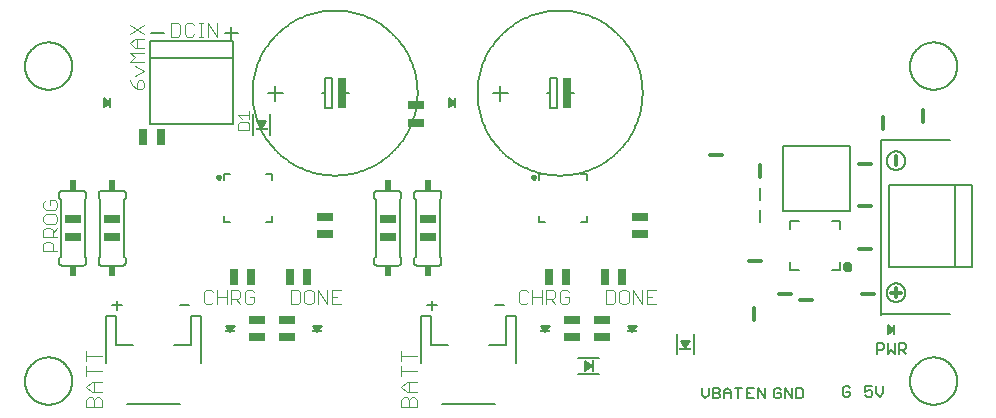
<source format=gto>
G75*
%MOIN*%
%OFA0B0*%
%FSLAX25Y25*%
%IPPOS*%
%LPD*%
%AMOC8*
5,1,8,0,0,1.08239X$1,22.5*
%
%ADD10C,0.00600*%
%ADD11C,0.00400*%
%ADD12C,0.00300*%
%ADD13C,0.00500*%
%ADD14C,0.00984*%
%ADD15R,0.02559X0.05512*%
%ADD16R,0.00750X0.03500*%
%ADD17R,0.03500X0.00750*%
%ADD18R,0.05512X0.02559*%
%ADD19C,0.00700*%
%ADD20R,0.02400X0.03400*%
%ADD21R,0.02500X0.10000*%
%ADD22C,0.00800*%
%ADD23R,0.03937X0.00787*%
%ADD24C,0.01600*%
%ADD25C,0.01200*%
%ADD26R,0.00787X0.03937*%
D10*
X0077000Y0062290D02*
X0075500Y0064290D01*
X0078500Y0064290D01*
X0077000Y0062290D01*
X0076834Y0062511D02*
X0077166Y0062511D01*
X0077615Y0063110D02*
X0076385Y0063110D01*
X0075936Y0063708D02*
X0078064Y0063708D01*
X0104500Y0064290D02*
X0106000Y0062290D01*
X0107500Y0064290D01*
X0104500Y0064290D01*
X0104936Y0063708D02*
X0107064Y0063708D01*
X0106615Y0063110D02*
X0105385Y0063110D01*
X0105834Y0062511D02*
X0106166Y0062511D01*
X0126000Y0084290D02*
X0133000Y0084290D01*
X0133060Y0084292D01*
X0133121Y0084297D01*
X0133180Y0084306D01*
X0133239Y0084319D01*
X0133298Y0084335D01*
X0133355Y0084355D01*
X0133410Y0084378D01*
X0133465Y0084405D01*
X0133517Y0084434D01*
X0133568Y0084467D01*
X0133617Y0084503D01*
X0133663Y0084541D01*
X0133707Y0084583D01*
X0133749Y0084627D01*
X0133787Y0084673D01*
X0133823Y0084722D01*
X0133856Y0084773D01*
X0133885Y0084825D01*
X0133912Y0084880D01*
X0133935Y0084935D01*
X0133955Y0084992D01*
X0133971Y0085051D01*
X0133984Y0085110D01*
X0133993Y0085169D01*
X0133998Y0085230D01*
X0134000Y0085290D01*
X0134000Y0086790D01*
X0133500Y0087290D01*
X0133500Y0106290D01*
X0134000Y0106790D01*
X0134000Y0108290D01*
X0133998Y0108350D01*
X0133993Y0108411D01*
X0133984Y0108470D01*
X0133971Y0108529D01*
X0133955Y0108588D01*
X0133935Y0108645D01*
X0133912Y0108700D01*
X0133885Y0108755D01*
X0133856Y0108807D01*
X0133823Y0108858D01*
X0133787Y0108907D01*
X0133749Y0108953D01*
X0133707Y0108997D01*
X0133663Y0109039D01*
X0133617Y0109077D01*
X0133568Y0109113D01*
X0133517Y0109146D01*
X0133465Y0109175D01*
X0133410Y0109202D01*
X0133355Y0109225D01*
X0133298Y0109245D01*
X0133239Y0109261D01*
X0133180Y0109274D01*
X0133121Y0109283D01*
X0133060Y0109288D01*
X0133000Y0109290D01*
X0126000Y0109290D01*
X0125940Y0109288D01*
X0125879Y0109283D01*
X0125820Y0109274D01*
X0125761Y0109261D01*
X0125702Y0109245D01*
X0125645Y0109225D01*
X0125590Y0109202D01*
X0125535Y0109175D01*
X0125483Y0109146D01*
X0125432Y0109113D01*
X0125383Y0109077D01*
X0125337Y0109039D01*
X0125293Y0108997D01*
X0125251Y0108953D01*
X0125213Y0108907D01*
X0125177Y0108858D01*
X0125144Y0108807D01*
X0125115Y0108755D01*
X0125088Y0108700D01*
X0125065Y0108645D01*
X0125045Y0108588D01*
X0125029Y0108529D01*
X0125016Y0108470D01*
X0125007Y0108411D01*
X0125002Y0108350D01*
X0125000Y0108290D01*
X0125000Y0106790D01*
X0125500Y0106290D01*
X0125500Y0087290D01*
X0125000Y0086790D01*
X0125000Y0085290D01*
X0125002Y0085230D01*
X0125007Y0085169D01*
X0125016Y0085110D01*
X0125029Y0085051D01*
X0125045Y0084992D01*
X0125065Y0084935D01*
X0125088Y0084880D01*
X0125115Y0084825D01*
X0125144Y0084773D01*
X0125177Y0084722D01*
X0125213Y0084673D01*
X0125251Y0084627D01*
X0125293Y0084583D01*
X0125337Y0084541D01*
X0125383Y0084503D01*
X0125432Y0084467D01*
X0125483Y0084434D01*
X0125535Y0084405D01*
X0125590Y0084378D01*
X0125645Y0084355D01*
X0125702Y0084335D01*
X0125761Y0084319D01*
X0125820Y0084306D01*
X0125879Y0084297D01*
X0125940Y0084292D01*
X0126000Y0084290D01*
X0138400Y0085290D02*
X0138400Y0086790D01*
X0138900Y0087290D01*
X0138900Y0106290D01*
X0138400Y0106790D01*
X0138400Y0108290D01*
X0138402Y0108350D01*
X0138407Y0108411D01*
X0138416Y0108470D01*
X0138429Y0108529D01*
X0138445Y0108588D01*
X0138465Y0108645D01*
X0138488Y0108700D01*
X0138515Y0108755D01*
X0138544Y0108807D01*
X0138577Y0108858D01*
X0138613Y0108907D01*
X0138651Y0108953D01*
X0138693Y0108997D01*
X0138737Y0109039D01*
X0138783Y0109077D01*
X0138832Y0109113D01*
X0138883Y0109146D01*
X0138935Y0109175D01*
X0138990Y0109202D01*
X0139045Y0109225D01*
X0139102Y0109245D01*
X0139161Y0109261D01*
X0139220Y0109274D01*
X0139279Y0109283D01*
X0139340Y0109288D01*
X0139400Y0109290D01*
X0146400Y0109290D01*
X0146460Y0109288D01*
X0146521Y0109283D01*
X0146580Y0109274D01*
X0146639Y0109261D01*
X0146698Y0109245D01*
X0146755Y0109225D01*
X0146810Y0109202D01*
X0146865Y0109175D01*
X0146917Y0109146D01*
X0146968Y0109113D01*
X0147017Y0109077D01*
X0147063Y0109039D01*
X0147107Y0108997D01*
X0147149Y0108953D01*
X0147187Y0108907D01*
X0147223Y0108858D01*
X0147256Y0108807D01*
X0147285Y0108755D01*
X0147312Y0108700D01*
X0147335Y0108645D01*
X0147355Y0108588D01*
X0147371Y0108529D01*
X0147384Y0108470D01*
X0147393Y0108411D01*
X0147398Y0108350D01*
X0147400Y0108290D01*
X0147400Y0106790D01*
X0146900Y0106290D01*
X0146900Y0087290D01*
X0147400Y0086790D01*
X0147400Y0085290D01*
X0147398Y0085230D01*
X0147393Y0085169D01*
X0147384Y0085110D01*
X0147371Y0085051D01*
X0147355Y0084992D01*
X0147335Y0084935D01*
X0147312Y0084880D01*
X0147285Y0084825D01*
X0147256Y0084773D01*
X0147223Y0084722D01*
X0147187Y0084673D01*
X0147149Y0084627D01*
X0147107Y0084583D01*
X0147063Y0084541D01*
X0147017Y0084503D01*
X0146968Y0084467D01*
X0146917Y0084434D01*
X0146865Y0084405D01*
X0146810Y0084378D01*
X0146755Y0084355D01*
X0146698Y0084335D01*
X0146639Y0084319D01*
X0146580Y0084306D01*
X0146521Y0084297D01*
X0146460Y0084292D01*
X0146400Y0084290D01*
X0139400Y0084290D01*
X0139340Y0084292D01*
X0139279Y0084297D01*
X0139220Y0084306D01*
X0139161Y0084319D01*
X0139102Y0084335D01*
X0139045Y0084355D01*
X0138990Y0084378D01*
X0138935Y0084405D01*
X0138883Y0084434D01*
X0138832Y0084467D01*
X0138783Y0084503D01*
X0138737Y0084541D01*
X0138693Y0084583D01*
X0138651Y0084627D01*
X0138613Y0084673D01*
X0138577Y0084722D01*
X0138544Y0084773D01*
X0138515Y0084825D01*
X0138488Y0084880D01*
X0138465Y0084935D01*
X0138445Y0084992D01*
X0138429Y0085051D01*
X0138416Y0085110D01*
X0138407Y0085169D01*
X0138402Y0085230D01*
X0138400Y0085290D01*
X0180500Y0064290D02*
X0182000Y0062290D01*
X0183500Y0064290D01*
X0180500Y0064290D01*
X0180936Y0063708D02*
X0183064Y0063708D01*
X0182615Y0063110D02*
X0181385Y0063110D01*
X0181834Y0062511D02*
X0182166Y0062511D01*
X0209500Y0064290D02*
X0211000Y0062290D01*
X0212500Y0064290D01*
X0209500Y0064290D01*
X0209936Y0063708D02*
X0212064Y0063708D01*
X0211615Y0063110D02*
X0210385Y0063110D01*
X0210834Y0062511D02*
X0211166Y0062511D01*
X0296268Y0062511D02*
X0297728Y0062511D01*
X0298010Y0063110D02*
X0296268Y0063110D01*
X0296268Y0063708D02*
X0297212Y0063708D01*
X0296414Y0064307D02*
X0296268Y0064307D01*
X0296268Y0064416D02*
X0296268Y0061416D01*
X0298268Y0062916D01*
X0296268Y0064416D01*
X0296268Y0061913D02*
X0296930Y0061913D01*
X0186000Y0136790D02*
X0186000Y0146790D01*
X0183500Y0146790D01*
X0183500Y0141790D01*
X0183500Y0136790D01*
X0186000Y0136790D01*
X0159500Y0141790D02*
X0159508Y0142465D01*
X0159533Y0143139D01*
X0159575Y0143813D01*
X0159632Y0144485D01*
X0159707Y0145156D01*
X0159798Y0145825D01*
X0159905Y0146491D01*
X0160028Y0147155D01*
X0160168Y0147815D01*
X0160324Y0148472D01*
X0160496Y0149125D01*
X0160684Y0149773D01*
X0160888Y0150416D01*
X0161108Y0151054D01*
X0161343Y0151687D01*
X0161593Y0152314D01*
X0161859Y0152934D01*
X0162140Y0153548D01*
X0162436Y0154154D01*
X0162747Y0154753D01*
X0163073Y0155345D01*
X0163412Y0155928D01*
X0163767Y0156502D01*
X0164135Y0157068D01*
X0164516Y0157625D01*
X0164912Y0158172D01*
X0165320Y0158709D01*
X0165742Y0159236D01*
X0166177Y0159752D01*
X0166624Y0160258D01*
X0167083Y0160752D01*
X0167555Y0161235D01*
X0168038Y0161707D01*
X0168532Y0162166D01*
X0169038Y0162613D01*
X0169554Y0163048D01*
X0170081Y0163470D01*
X0170618Y0163878D01*
X0171165Y0164274D01*
X0171722Y0164655D01*
X0172288Y0165023D01*
X0172862Y0165378D01*
X0173445Y0165717D01*
X0174037Y0166043D01*
X0174636Y0166354D01*
X0175242Y0166650D01*
X0175856Y0166931D01*
X0176476Y0167197D01*
X0177103Y0167447D01*
X0177736Y0167682D01*
X0178374Y0167902D01*
X0179017Y0168106D01*
X0179665Y0168294D01*
X0180318Y0168466D01*
X0180975Y0168622D01*
X0181635Y0168762D01*
X0182299Y0168885D01*
X0182965Y0168992D01*
X0183634Y0169083D01*
X0184305Y0169158D01*
X0184977Y0169215D01*
X0185651Y0169257D01*
X0186325Y0169282D01*
X0187000Y0169290D01*
X0187675Y0169282D01*
X0188349Y0169257D01*
X0189023Y0169215D01*
X0189695Y0169158D01*
X0190366Y0169083D01*
X0191035Y0168992D01*
X0191701Y0168885D01*
X0192365Y0168762D01*
X0193025Y0168622D01*
X0193682Y0168466D01*
X0194335Y0168294D01*
X0194983Y0168106D01*
X0195626Y0167902D01*
X0196264Y0167682D01*
X0196897Y0167447D01*
X0197524Y0167197D01*
X0198144Y0166931D01*
X0198758Y0166650D01*
X0199364Y0166354D01*
X0199963Y0166043D01*
X0200555Y0165717D01*
X0201138Y0165378D01*
X0201712Y0165023D01*
X0202278Y0164655D01*
X0202835Y0164274D01*
X0203382Y0163878D01*
X0203919Y0163470D01*
X0204446Y0163048D01*
X0204962Y0162613D01*
X0205468Y0162166D01*
X0205962Y0161707D01*
X0206445Y0161235D01*
X0206917Y0160752D01*
X0207376Y0160258D01*
X0207823Y0159752D01*
X0208258Y0159236D01*
X0208680Y0158709D01*
X0209088Y0158172D01*
X0209484Y0157625D01*
X0209865Y0157068D01*
X0210233Y0156502D01*
X0210588Y0155928D01*
X0210927Y0155345D01*
X0211253Y0154753D01*
X0211564Y0154154D01*
X0211860Y0153548D01*
X0212141Y0152934D01*
X0212407Y0152314D01*
X0212657Y0151687D01*
X0212892Y0151054D01*
X0213112Y0150416D01*
X0213316Y0149773D01*
X0213504Y0149125D01*
X0213676Y0148472D01*
X0213832Y0147815D01*
X0213972Y0147155D01*
X0214095Y0146491D01*
X0214202Y0145825D01*
X0214293Y0145156D01*
X0214368Y0144485D01*
X0214425Y0143813D01*
X0214467Y0143139D01*
X0214492Y0142465D01*
X0214500Y0141790D01*
X0214492Y0141115D01*
X0214467Y0140441D01*
X0214425Y0139767D01*
X0214368Y0139095D01*
X0214293Y0138424D01*
X0214202Y0137755D01*
X0214095Y0137089D01*
X0213972Y0136425D01*
X0213832Y0135765D01*
X0213676Y0135108D01*
X0213504Y0134455D01*
X0213316Y0133807D01*
X0213112Y0133164D01*
X0212892Y0132526D01*
X0212657Y0131893D01*
X0212407Y0131266D01*
X0212141Y0130646D01*
X0211860Y0130032D01*
X0211564Y0129426D01*
X0211253Y0128827D01*
X0210927Y0128235D01*
X0210588Y0127652D01*
X0210233Y0127078D01*
X0209865Y0126512D01*
X0209484Y0125955D01*
X0209088Y0125408D01*
X0208680Y0124871D01*
X0208258Y0124344D01*
X0207823Y0123828D01*
X0207376Y0123322D01*
X0206917Y0122828D01*
X0206445Y0122345D01*
X0205962Y0121873D01*
X0205468Y0121414D01*
X0204962Y0120967D01*
X0204446Y0120532D01*
X0203919Y0120110D01*
X0203382Y0119702D01*
X0202835Y0119306D01*
X0202278Y0118925D01*
X0201712Y0118557D01*
X0201138Y0118202D01*
X0200555Y0117863D01*
X0199963Y0117537D01*
X0199364Y0117226D01*
X0198758Y0116930D01*
X0198144Y0116649D01*
X0197524Y0116383D01*
X0196897Y0116133D01*
X0196264Y0115898D01*
X0195626Y0115678D01*
X0194983Y0115474D01*
X0194335Y0115286D01*
X0193682Y0115114D01*
X0193025Y0114958D01*
X0192365Y0114818D01*
X0191701Y0114695D01*
X0191035Y0114588D01*
X0190366Y0114497D01*
X0189695Y0114422D01*
X0189023Y0114365D01*
X0188349Y0114323D01*
X0187675Y0114298D01*
X0187000Y0114290D01*
X0186325Y0114298D01*
X0185651Y0114323D01*
X0184977Y0114365D01*
X0184305Y0114422D01*
X0183634Y0114497D01*
X0182965Y0114588D01*
X0182299Y0114695D01*
X0181635Y0114818D01*
X0180975Y0114958D01*
X0180318Y0115114D01*
X0179665Y0115286D01*
X0179017Y0115474D01*
X0178374Y0115678D01*
X0177736Y0115898D01*
X0177103Y0116133D01*
X0176476Y0116383D01*
X0175856Y0116649D01*
X0175242Y0116930D01*
X0174636Y0117226D01*
X0174037Y0117537D01*
X0173445Y0117863D01*
X0172862Y0118202D01*
X0172288Y0118557D01*
X0171722Y0118925D01*
X0171165Y0119306D01*
X0170618Y0119702D01*
X0170081Y0120110D01*
X0169554Y0120532D01*
X0169038Y0120967D01*
X0168532Y0121414D01*
X0168038Y0121873D01*
X0167555Y0122345D01*
X0167083Y0122828D01*
X0166624Y0123322D01*
X0166177Y0123828D01*
X0165742Y0124344D01*
X0165320Y0124871D01*
X0164912Y0125408D01*
X0164516Y0125955D01*
X0164135Y0126512D01*
X0163767Y0127078D01*
X0163412Y0127652D01*
X0163073Y0128235D01*
X0162747Y0128827D01*
X0162436Y0129426D01*
X0162140Y0130032D01*
X0161859Y0130646D01*
X0161593Y0131266D01*
X0161343Y0131893D01*
X0161108Y0132526D01*
X0160888Y0133164D01*
X0160684Y0133807D01*
X0160496Y0134455D01*
X0160324Y0135108D01*
X0160168Y0135765D01*
X0160028Y0136425D01*
X0159905Y0137089D01*
X0159798Y0137755D01*
X0159707Y0138424D01*
X0159632Y0139095D01*
X0159575Y0139767D01*
X0159533Y0140441D01*
X0159508Y0141115D01*
X0159500Y0141790D01*
X0164500Y0141790D02*
X0169500Y0141790D01*
X0167000Y0139290D02*
X0167000Y0144290D01*
X0182500Y0141790D02*
X0183500Y0141790D01*
X0189500Y0141790D02*
X0191500Y0141790D01*
X0152063Y0138490D02*
X0150063Y0136990D01*
X0150063Y0139990D01*
X0152063Y0138490D01*
X0152020Y0138522D02*
X0150063Y0138522D01*
X0150063Y0137924D02*
X0151308Y0137924D01*
X0150510Y0137325D02*
X0150063Y0137325D01*
X0150063Y0139121D02*
X0151222Y0139121D01*
X0150424Y0139719D02*
X0150063Y0139719D01*
X0116500Y0141790D02*
X0114500Y0141790D01*
X0084500Y0141790D02*
X0084508Y0142465D01*
X0084533Y0143139D01*
X0084575Y0143813D01*
X0084632Y0144485D01*
X0084707Y0145156D01*
X0084798Y0145825D01*
X0084905Y0146491D01*
X0085028Y0147155D01*
X0085168Y0147815D01*
X0085324Y0148472D01*
X0085496Y0149125D01*
X0085684Y0149773D01*
X0085888Y0150416D01*
X0086108Y0151054D01*
X0086343Y0151687D01*
X0086593Y0152314D01*
X0086859Y0152934D01*
X0087140Y0153548D01*
X0087436Y0154154D01*
X0087747Y0154753D01*
X0088073Y0155345D01*
X0088412Y0155928D01*
X0088767Y0156502D01*
X0089135Y0157068D01*
X0089516Y0157625D01*
X0089912Y0158172D01*
X0090320Y0158709D01*
X0090742Y0159236D01*
X0091177Y0159752D01*
X0091624Y0160258D01*
X0092083Y0160752D01*
X0092555Y0161235D01*
X0093038Y0161707D01*
X0093532Y0162166D01*
X0094038Y0162613D01*
X0094554Y0163048D01*
X0095081Y0163470D01*
X0095618Y0163878D01*
X0096165Y0164274D01*
X0096722Y0164655D01*
X0097288Y0165023D01*
X0097862Y0165378D01*
X0098445Y0165717D01*
X0099037Y0166043D01*
X0099636Y0166354D01*
X0100242Y0166650D01*
X0100856Y0166931D01*
X0101476Y0167197D01*
X0102103Y0167447D01*
X0102736Y0167682D01*
X0103374Y0167902D01*
X0104017Y0168106D01*
X0104665Y0168294D01*
X0105318Y0168466D01*
X0105975Y0168622D01*
X0106635Y0168762D01*
X0107299Y0168885D01*
X0107965Y0168992D01*
X0108634Y0169083D01*
X0109305Y0169158D01*
X0109977Y0169215D01*
X0110651Y0169257D01*
X0111325Y0169282D01*
X0112000Y0169290D01*
X0112675Y0169282D01*
X0113349Y0169257D01*
X0114023Y0169215D01*
X0114695Y0169158D01*
X0115366Y0169083D01*
X0116035Y0168992D01*
X0116701Y0168885D01*
X0117365Y0168762D01*
X0118025Y0168622D01*
X0118682Y0168466D01*
X0119335Y0168294D01*
X0119983Y0168106D01*
X0120626Y0167902D01*
X0121264Y0167682D01*
X0121897Y0167447D01*
X0122524Y0167197D01*
X0123144Y0166931D01*
X0123758Y0166650D01*
X0124364Y0166354D01*
X0124963Y0166043D01*
X0125555Y0165717D01*
X0126138Y0165378D01*
X0126712Y0165023D01*
X0127278Y0164655D01*
X0127835Y0164274D01*
X0128382Y0163878D01*
X0128919Y0163470D01*
X0129446Y0163048D01*
X0129962Y0162613D01*
X0130468Y0162166D01*
X0130962Y0161707D01*
X0131445Y0161235D01*
X0131917Y0160752D01*
X0132376Y0160258D01*
X0132823Y0159752D01*
X0133258Y0159236D01*
X0133680Y0158709D01*
X0134088Y0158172D01*
X0134484Y0157625D01*
X0134865Y0157068D01*
X0135233Y0156502D01*
X0135588Y0155928D01*
X0135927Y0155345D01*
X0136253Y0154753D01*
X0136564Y0154154D01*
X0136860Y0153548D01*
X0137141Y0152934D01*
X0137407Y0152314D01*
X0137657Y0151687D01*
X0137892Y0151054D01*
X0138112Y0150416D01*
X0138316Y0149773D01*
X0138504Y0149125D01*
X0138676Y0148472D01*
X0138832Y0147815D01*
X0138972Y0147155D01*
X0139095Y0146491D01*
X0139202Y0145825D01*
X0139293Y0145156D01*
X0139368Y0144485D01*
X0139425Y0143813D01*
X0139467Y0143139D01*
X0139492Y0142465D01*
X0139500Y0141790D01*
X0139492Y0141115D01*
X0139467Y0140441D01*
X0139425Y0139767D01*
X0139368Y0139095D01*
X0139293Y0138424D01*
X0139202Y0137755D01*
X0139095Y0137089D01*
X0138972Y0136425D01*
X0138832Y0135765D01*
X0138676Y0135108D01*
X0138504Y0134455D01*
X0138316Y0133807D01*
X0138112Y0133164D01*
X0137892Y0132526D01*
X0137657Y0131893D01*
X0137407Y0131266D01*
X0137141Y0130646D01*
X0136860Y0130032D01*
X0136564Y0129426D01*
X0136253Y0128827D01*
X0135927Y0128235D01*
X0135588Y0127652D01*
X0135233Y0127078D01*
X0134865Y0126512D01*
X0134484Y0125955D01*
X0134088Y0125408D01*
X0133680Y0124871D01*
X0133258Y0124344D01*
X0132823Y0123828D01*
X0132376Y0123322D01*
X0131917Y0122828D01*
X0131445Y0122345D01*
X0130962Y0121873D01*
X0130468Y0121414D01*
X0129962Y0120967D01*
X0129446Y0120532D01*
X0128919Y0120110D01*
X0128382Y0119702D01*
X0127835Y0119306D01*
X0127278Y0118925D01*
X0126712Y0118557D01*
X0126138Y0118202D01*
X0125555Y0117863D01*
X0124963Y0117537D01*
X0124364Y0117226D01*
X0123758Y0116930D01*
X0123144Y0116649D01*
X0122524Y0116383D01*
X0121897Y0116133D01*
X0121264Y0115898D01*
X0120626Y0115678D01*
X0119983Y0115474D01*
X0119335Y0115286D01*
X0118682Y0115114D01*
X0118025Y0114958D01*
X0117365Y0114818D01*
X0116701Y0114695D01*
X0116035Y0114588D01*
X0115366Y0114497D01*
X0114695Y0114422D01*
X0114023Y0114365D01*
X0113349Y0114323D01*
X0112675Y0114298D01*
X0112000Y0114290D01*
X0111325Y0114298D01*
X0110651Y0114323D01*
X0109977Y0114365D01*
X0109305Y0114422D01*
X0108634Y0114497D01*
X0107965Y0114588D01*
X0107299Y0114695D01*
X0106635Y0114818D01*
X0105975Y0114958D01*
X0105318Y0115114D01*
X0104665Y0115286D01*
X0104017Y0115474D01*
X0103374Y0115678D01*
X0102736Y0115898D01*
X0102103Y0116133D01*
X0101476Y0116383D01*
X0100856Y0116649D01*
X0100242Y0116930D01*
X0099636Y0117226D01*
X0099037Y0117537D01*
X0098445Y0117863D01*
X0097862Y0118202D01*
X0097288Y0118557D01*
X0096722Y0118925D01*
X0096165Y0119306D01*
X0095618Y0119702D01*
X0095081Y0120110D01*
X0094554Y0120532D01*
X0094038Y0120967D01*
X0093532Y0121414D01*
X0093038Y0121873D01*
X0092555Y0122345D01*
X0092083Y0122828D01*
X0091624Y0123322D01*
X0091177Y0123828D01*
X0090742Y0124344D01*
X0090320Y0124871D01*
X0089912Y0125408D01*
X0089516Y0125955D01*
X0089135Y0126512D01*
X0088767Y0127078D01*
X0088412Y0127652D01*
X0088073Y0128235D01*
X0087747Y0128827D01*
X0087436Y0129426D01*
X0087140Y0130032D01*
X0086859Y0130646D01*
X0086593Y0131266D01*
X0086343Y0131893D01*
X0086108Y0132526D01*
X0085888Y0133164D01*
X0085684Y0133807D01*
X0085496Y0134455D01*
X0085324Y0135108D01*
X0085168Y0135765D01*
X0085028Y0136425D01*
X0084905Y0137089D01*
X0084798Y0137755D01*
X0084707Y0138424D01*
X0084632Y0139095D01*
X0084575Y0139767D01*
X0084533Y0140441D01*
X0084508Y0141115D01*
X0084500Y0141790D01*
X0089500Y0141790D02*
X0094500Y0141790D01*
X0092000Y0139290D02*
X0092000Y0144290D01*
X0107500Y0141790D02*
X0108500Y0141790D01*
X0108500Y0146790D01*
X0111000Y0146790D01*
X0111000Y0136790D01*
X0108500Y0136790D01*
X0108500Y0141790D01*
X0077435Y0159558D02*
X0077435Y0163828D01*
X0075300Y0161693D02*
X0079570Y0161693D01*
X0054870Y0161693D02*
X0050600Y0161693D01*
X0035063Y0140034D02*
X0035063Y0137034D01*
X0037063Y0138534D01*
X0035063Y0140034D01*
X0035063Y0139719D02*
X0035483Y0139719D01*
X0035063Y0139121D02*
X0036281Y0139121D01*
X0037047Y0138522D02*
X0035063Y0138522D01*
X0035063Y0137924D02*
X0036249Y0137924D01*
X0035451Y0137325D02*
X0035063Y0137325D01*
X0034200Y0109290D02*
X0041200Y0109290D01*
X0041260Y0109288D01*
X0041321Y0109283D01*
X0041380Y0109274D01*
X0041439Y0109261D01*
X0041498Y0109245D01*
X0041555Y0109225D01*
X0041610Y0109202D01*
X0041665Y0109175D01*
X0041717Y0109146D01*
X0041768Y0109113D01*
X0041817Y0109077D01*
X0041863Y0109039D01*
X0041907Y0108997D01*
X0041949Y0108953D01*
X0041987Y0108907D01*
X0042023Y0108858D01*
X0042056Y0108807D01*
X0042085Y0108755D01*
X0042112Y0108700D01*
X0042135Y0108645D01*
X0042155Y0108588D01*
X0042171Y0108529D01*
X0042184Y0108470D01*
X0042193Y0108411D01*
X0042198Y0108350D01*
X0042200Y0108290D01*
X0042200Y0106790D01*
X0041700Y0106290D01*
X0041700Y0087290D01*
X0042200Y0086790D01*
X0042200Y0085290D01*
X0042198Y0085230D01*
X0042193Y0085169D01*
X0042184Y0085110D01*
X0042171Y0085051D01*
X0042155Y0084992D01*
X0042135Y0084935D01*
X0042112Y0084880D01*
X0042085Y0084825D01*
X0042056Y0084773D01*
X0042023Y0084722D01*
X0041987Y0084673D01*
X0041949Y0084627D01*
X0041907Y0084583D01*
X0041863Y0084541D01*
X0041817Y0084503D01*
X0041768Y0084467D01*
X0041717Y0084434D01*
X0041665Y0084405D01*
X0041610Y0084378D01*
X0041555Y0084355D01*
X0041498Y0084335D01*
X0041439Y0084319D01*
X0041380Y0084306D01*
X0041321Y0084297D01*
X0041260Y0084292D01*
X0041200Y0084290D01*
X0034200Y0084290D01*
X0034140Y0084292D01*
X0034079Y0084297D01*
X0034020Y0084306D01*
X0033961Y0084319D01*
X0033902Y0084335D01*
X0033845Y0084355D01*
X0033790Y0084378D01*
X0033735Y0084405D01*
X0033683Y0084434D01*
X0033632Y0084467D01*
X0033583Y0084503D01*
X0033537Y0084541D01*
X0033493Y0084583D01*
X0033451Y0084627D01*
X0033413Y0084673D01*
X0033377Y0084722D01*
X0033344Y0084773D01*
X0033315Y0084825D01*
X0033288Y0084880D01*
X0033265Y0084935D01*
X0033245Y0084992D01*
X0033229Y0085051D01*
X0033216Y0085110D01*
X0033207Y0085169D01*
X0033202Y0085230D01*
X0033200Y0085290D01*
X0033200Y0086790D01*
X0033700Y0087290D01*
X0033700Y0106290D01*
X0033200Y0106790D01*
X0033200Y0108290D01*
X0033202Y0108350D01*
X0033207Y0108411D01*
X0033216Y0108470D01*
X0033229Y0108529D01*
X0033245Y0108588D01*
X0033265Y0108645D01*
X0033288Y0108700D01*
X0033315Y0108755D01*
X0033344Y0108807D01*
X0033377Y0108858D01*
X0033413Y0108907D01*
X0033451Y0108953D01*
X0033493Y0108997D01*
X0033537Y0109039D01*
X0033583Y0109077D01*
X0033632Y0109113D01*
X0033683Y0109146D01*
X0033735Y0109175D01*
X0033790Y0109202D01*
X0033845Y0109225D01*
X0033902Y0109245D01*
X0033961Y0109261D01*
X0034020Y0109274D01*
X0034079Y0109283D01*
X0034140Y0109288D01*
X0034200Y0109290D01*
X0029000Y0108290D02*
X0029000Y0106790D01*
X0028500Y0106290D01*
X0028500Y0087290D01*
X0029000Y0086790D01*
X0029000Y0085290D01*
X0028998Y0085230D01*
X0028993Y0085169D01*
X0028984Y0085110D01*
X0028971Y0085051D01*
X0028955Y0084992D01*
X0028935Y0084935D01*
X0028912Y0084880D01*
X0028885Y0084825D01*
X0028856Y0084773D01*
X0028823Y0084722D01*
X0028787Y0084673D01*
X0028749Y0084627D01*
X0028707Y0084583D01*
X0028663Y0084541D01*
X0028617Y0084503D01*
X0028568Y0084467D01*
X0028517Y0084434D01*
X0028465Y0084405D01*
X0028410Y0084378D01*
X0028355Y0084355D01*
X0028298Y0084335D01*
X0028239Y0084319D01*
X0028180Y0084306D01*
X0028121Y0084297D01*
X0028060Y0084292D01*
X0028000Y0084290D01*
X0021000Y0084290D01*
X0020940Y0084292D01*
X0020879Y0084297D01*
X0020820Y0084306D01*
X0020761Y0084319D01*
X0020702Y0084335D01*
X0020645Y0084355D01*
X0020590Y0084378D01*
X0020535Y0084405D01*
X0020483Y0084434D01*
X0020432Y0084467D01*
X0020383Y0084503D01*
X0020337Y0084541D01*
X0020293Y0084583D01*
X0020251Y0084627D01*
X0020213Y0084673D01*
X0020177Y0084722D01*
X0020144Y0084773D01*
X0020115Y0084825D01*
X0020088Y0084880D01*
X0020065Y0084935D01*
X0020045Y0084992D01*
X0020029Y0085051D01*
X0020016Y0085110D01*
X0020007Y0085169D01*
X0020002Y0085230D01*
X0020000Y0085290D01*
X0020000Y0086790D01*
X0020500Y0087290D01*
X0020500Y0106290D01*
X0020000Y0106790D01*
X0020000Y0108290D01*
X0020002Y0108350D01*
X0020007Y0108411D01*
X0020016Y0108470D01*
X0020029Y0108529D01*
X0020045Y0108588D01*
X0020065Y0108645D01*
X0020088Y0108700D01*
X0020115Y0108755D01*
X0020144Y0108807D01*
X0020177Y0108858D01*
X0020213Y0108907D01*
X0020251Y0108953D01*
X0020293Y0108997D01*
X0020337Y0109039D01*
X0020383Y0109077D01*
X0020432Y0109113D01*
X0020483Y0109146D01*
X0020535Y0109175D01*
X0020590Y0109202D01*
X0020645Y0109225D01*
X0020702Y0109245D01*
X0020761Y0109261D01*
X0020820Y0109274D01*
X0020879Y0109283D01*
X0020940Y0109288D01*
X0021000Y0109290D01*
X0028000Y0109290D01*
X0028060Y0109288D01*
X0028121Y0109283D01*
X0028180Y0109274D01*
X0028239Y0109261D01*
X0028298Y0109245D01*
X0028355Y0109225D01*
X0028410Y0109202D01*
X0028465Y0109175D01*
X0028517Y0109146D01*
X0028568Y0109113D01*
X0028617Y0109077D01*
X0028663Y0109039D01*
X0028707Y0108997D01*
X0028749Y0108953D01*
X0028787Y0108907D01*
X0028823Y0108858D01*
X0028856Y0108807D01*
X0028885Y0108755D01*
X0028912Y0108700D01*
X0028935Y0108645D01*
X0028955Y0108588D01*
X0028971Y0108529D01*
X0028984Y0108470D01*
X0028993Y0108411D01*
X0028998Y0108350D01*
X0029000Y0108290D01*
D11*
X0029096Y0039592D02*
X0029096Y0036990D01*
X0034300Y0036990D01*
X0034300Y0039592D01*
X0033433Y0040460D01*
X0032565Y0040460D01*
X0031698Y0039592D01*
X0031698Y0036990D01*
X0031698Y0039592D02*
X0030830Y0040460D01*
X0029963Y0040460D01*
X0029096Y0039592D01*
X0030830Y0042147D02*
X0029096Y0043881D01*
X0030830Y0045616D01*
X0034300Y0045616D01*
X0031698Y0045616D02*
X0031698Y0042147D01*
X0030830Y0042147D02*
X0034300Y0042147D01*
X0029096Y0047303D02*
X0029096Y0050773D01*
X0029096Y0052459D02*
X0029096Y0055929D01*
X0029096Y0054194D02*
X0034300Y0054194D01*
X0034300Y0049038D02*
X0029096Y0049038D01*
X0068200Y0072258D02*
X0068967Y0071490D01*
X0070502Y0071490D01*
X0071269Y0072258D01*
X0072804Y0071490D02*
X0072804Y0076094D01*
X0071269Y0075327D02*
X0070502Y0076094D01*
X0068967Y0076094D01*
X0068200Y0075327D01*
X0068200Y0072258D01*
X0072804Y0073792D02*
X0075873Y0073792D01*
X0077408Y0073025D02*
X0079710Y0073025D01*
X0080477Y0073792D01*
X0080477Y0075327D01*
X0079710Y0076094D01*
X0077408Y0076094D01*
X0077408Y0071490D01*
X0075873Y0071490D02*
X0075873Y0076094D01*
X0078942Y0073025D02*
X0080477Y0071490D01*
X0082012Y0072258D02*
X0082779Y0071490D01*
X0084314Y0071490D01*
X0085081Y0072258D01*
X0085081Y0073792D01*
X0083546Y0073792D01*
X0082012Y0072258D02*
X0082012Y0075327D01*
X0082779Y0076094D01*
X0084314Y0076094D01*
X0085081Y0075327D01*
X0097200Y0076094D02*
X0097200Y0071490D01*
X0099502Y0071490D01*
X0100269Y0072258D01*
X0100269Y0075327D01*
X0099502Y0076094D01*
X0097200Y0076094D01*
X0101804Y0075327D02*
X0101804Y0072258D01*
X0102571Y0071490D01*
X0104106Y0071490D01*
X0104873Y0072258D01*
X0104873Y0075327D01*
X0104106Y0076094D01*
X0102571Y0076094D01*
X0101804Y0075327D01*
X0106408Y0076094D02*
X0109477Y0071490D01*
X0109477Y0076094D01*
X0111012Y0076094D02*
X0111012Y0071490D01*
X0114081Y0071490D01*
X0112546Y0073792D02*
X0111012Y0073792D01*
X0111012Y0076094D02*
X0114081Y0076094D01*
X0106408Y0076094D02*
X0106408Y0071490D01*
X0134096Y0055929D02*
X0134096Y0052459D01*
X0134096Y0050773D02*
X0134096Y0047303D01*
X0134096Y0049038D02*
X0139300Y0049038D01*
X0139300Y0045616D02*
X0135830Y0045616D01*
X0134096Y0043881D01*
X0135830Y0042147D01*
X0139300Y0042147D01*
X0138433Y0040460D02*
X0139300Y0039592D01*
X0139300Y0036990D01*
X0134096Y0036990D01*
X0134096Y0039592D01*
X0134963Y0040460D01*
X0135830Y0040460D01*
X0136698Y0039592D01*
X0136698Y0036990D01*
X0136698Y0039592D02*
X0137565Y0040460D01*
X0138433Y0040460D01*
X0136698Y0042147D02*
X0136698Y0045616D01*
X0139300Y0054194D02*
X0134096Y0054194D01*
X0173200Y0072258D02*
X0173967Y0071490D01*
X0175502Y0071490D01*
X0176269Y0072258D01*
X0177804Y0071490D02*
X0177804Y0076094D01*
X0176269Y0075327D02*
X0175502Y0076094D01*
X0173967Y0076094D01*
X0173200Y0075327D01*
X0173200Y0072258D01*
X0177804Y0073792D02*
X0180873Y0073792D01*
X0182408Y0073025D02*
X0184710Y0073025D01*
X0185477Y0073792D01*
X0185477Y0075327D01*
X0184710Y0076094D01*
X0182408Y0076094D01*
X0182408Y0071490D01*
X0180873Y0071490D02*
X0180873Y0076094D01*
X0183942Y0073025D02*
X0185477Y0071490D01*
X0187012Y0072258D02*
X0187779Y0071490D01*
X0189314Y0071490D01*
X0190081Y0072258D01*
X0190081Y0073792D01*
X0188546Y0073792D01*
X0187012Y0072258D02*
X0187012Y0075327D01*
X0187779Y0076094D01*
X0189314Y0076094D01*
X0190081Y0075327D01*
X0202200Y0076094D02*
X0202200Y0071490D01*
X0204502Y0071490D01*
X0205269Y0072258D01*
X0205269Y0075327D01*
X0204502Y0076094D01*
X0202200Y0076094D01*
X0206804Y0075327D02*
X0206804Y0072258D01*
X0207571Y0071490D01*
X0209106Y0071490D01*
X0209873Y0072258D01*
X0209873Y0075327D01*
X0209106Y0076094D01*
X0207571Y0076094D01*
X0206804Y0075327D01*
X0211408Y0076094D02*
X0214477Y0071490D01*
X0214477Y0076094D01*
X0216012Y0076094D02*
X0216012Y0071490D01*
X0219081Y0071490D01*
X0217546Y0073792D02*
X0216012Y0073792D01*
X0216012Y0076094D02*
X0219081Y0076094D01*
X0211408Y0076094D02*
X0211408Y0071490D01*
X0048300Y0143758D02*
X0047533Y0142990D01*
X0045998Y0142990D01*
X0045998Y0145292D01*
X0046765Y0146060D01*
X0047533Y0146060D01*
X0048300Y0145292D01*
X0048300Y0143758D01*
X0045998Y0142990D02*
X0044463Y0144525D01*
X0043696Y0146060D01*
X0045231Y0147594D02*
X0048300Y0149129D01*
X0045231Y0150663D01*
X0043696Y0152198D02*
X0045231Y0153733D01*
X0043696Y0155267D01*
X0048300Y0155267D01*
X0048300Y0156802D02*
X0045231Y0156802D01*
X0043696Y0158337D01*
X0045231Y0159871D01*
X0048300Y0159871D01*
X0048300Y0161406D02*
X0043696Y0164475D01*
X0043696Y0161406D02*
X0048300Y0164475D01*
X0045998Y0159871D02*
X0045998Y0156802D01*
X0048300Y0152198D02*
X0043696Y0152198D01*
X0057400Y0160590D02*
X0059702Y0160590D01*
X0060469Y0161358D01*
X0060469Y0164427D01*
X0059702Y0165194D01*
X0057400Y0165194D01*
X0057400Y0160590D01*
X0062004Y0161358D02*
X0062771Y0160590D01*
X0064306Y0160590D01*
X0065073Y0161358D01*
X0066608Y0160590D02*
X0068142Y0160590D01*
X0067375Y0160590D02*
X0067375Y0165194D01*
X0066608Y0165194D02*
X0068142Y0165194D01*
X0069677Y0165194D02*
X0072746Y0160590D01*
X0072746Y0165194D01*
X0069677Y0165194D02*
X0069677Y0160590D01*
X0065073Y0164427D02*
X0064306Y0165194D01*
X0062771Y0165194D01*
X0062004Y0164427D01*
X0062004Y0161358D01*
X0018633Y0105971D02*
X0017098Y0105971D01*
X0017098Y0104437D01*
X0015563Y0105971D02*
X0014796Y0105204D01*
X0014796Y0103669D01*
X0015563Y0102902D01*
X0018633Y0102902D01*
X0019400Y0103669D01*
X0019400Y0105204D01*
X0018633Y0105971D01*
X0018633Y0101367D02*
X0015563Y0101367D01*
X0014796Y0100600D01*
X0014796Y0099065D01*
X0015563Y0098298D01*
X0018633Y0098298D01*
X0019400Y0099065D01*
X0019400Y0100600D01*
X0018633Y0101367D01*
X0019400Y0096763D02*
X0017865Y0095229D01*
X0017865Y0095996D02*
X0017098Y0096763D01*
X0015563Y0096763D01*
X0014796Y0095996D01*
X0014796Y0093694D01*
X0019400Y0093694D01*
X0017865Y0093694D02*
X0017865Y0095996D01*
X0017098Y0092160D02*
X0017865Y0091392D01*
X0017865Y0089090D01*
X0019400Y0089090D02*
X0014796Y0089090D01*
X0014796Y0091392D01*
X0015563Y0092160D01*
X0017098Y0092160D01*
D12*
X0079747Y0129540D02*
X0079747Y0131392D01*
X0080364Y0132009D01*
X0082833Y0132009D01*
X0083450Y0131392D01*
X0083450Y0129540D01*
X0079747Y0129540D01*
X0080981Y0133223D02*
X0079747Y0134458D01*
X0083450Y0134458D01*
X0083450Y0135692D02*
X0083450Y0133223D01*
D13*
X0088906Y0114664D02*
X0090874Y0114664D01*
X0090874Y0112696D01*
X0077094Y0114664D02*
X0075126Y0114664D01*
X0075126Y0112696D01*
X0075126Y0100885D02*
X0075126Y0098916D01*
X0077094Y0098916D01*
X0088906Y0098916D02*
X0090874Y0098916D01*
X0090874Y0100885D01*
X0067248Y0067507D02*
X0063902Y0067507D01*
X0063902Y0057664D01*
X0058390Y0057664D01*
X0067248Y0051759D02*
X0067248Y0067507D01*
X0044610Y0057664D02*
X0039098Y0057664D01*
X0039098Y0067507D01*
X0035752Y0067507D01*
X0035752Y0051759D01*
X0042642Y0037979D02*
X0060358Y0037979D01*
X0140752Y0051759D02*
X0140752Y0067507D01*
X0144098Y0067507D01*
X0144098Y0057664D01*
X0149610Y0057664D01*
X0163390Y0057664D02*
X0168902Y0057664D01*
X0168902Y0067507D01*
X0172248Y0067507D01*
X0172248Y0051759D01*
X0165358Y0037979D02*
X0147642Y0037979D01*
X0234250Y0041208D02*
X0235418Y0040040D01*
X0236585Y0041208D01*
X0236585Y0043543D01*
X0237933Y0043543D02*
X0239685Y0043543D01*
X0240268Y0042959D01*
X0240268Y0042376D01*
X0239685Y0041792D01*
X0237933Y0041792D01*
X0237933Y0043543D02*
X0237933Y0040040D01*
X0239685Y0040040D01*
X0240268Y0040624D01*
X0240268Y0041208D01*
X0239685Y0041792D01*
X0241616Y0041792D02*
X0243952Y0041792D01*
X0243952Y0042376D02*
X0243952Y0040040D01*
X0243952Y0042376D02*
X0242784Y0043543D01*
X0241616Y0042376D01*
X0241616Y0040040D01*
X0246467Y0040040D02*
X0246467Y0043543D01*
X0245299Y0043543D02*
X0247635Y0043543D01*
X0249250Y0043543D02*
X0249250Y0040040D01*
X0251585Y0040040D01*
X0252933Y0040040D02*
X0252933Y0043543D01*
X0255268Y0040040D01*
X0255268Y0043543D01*
X0258250Y0042959D02*
X0258250Y0040624D01*
X0258834Y0040040D01*
X0260001Y0040040D01*
X0260585Y0040624D01*
X0260585Y0041792D01*
X0259418Y0041792D01*
X0260585Y0042959D02*
X0260001Y0043543D01*
X0258834Y0043543D01*
X0258250Y0042959D01*
X0261933Y0043543D02*
X0264268Y0040040D01*
X0264268Y0043543D01*
X0265616Y0043543D02*
X0267368Y0043543D01*
X0267952Y0042959D01*
X0267952Y0040624D01*
X0267368Y0040040D01*
X0265616Y0040040D01*
X0265616Y0043543D01*
X0261933Y0043543D02*
X0261933Y0040040D01*
X0251585Y0043543D02*
X0249250Y0043543D01*
X0249250Y0041792D02*
X0250418Y0041792D01*
X0234250Y0041208D02*
X0234250Y0043543D01*
X0281250Y0043459D02*
X0281250Y0041124D01*
X0281834Y0040540D01*
X0283001Y0040540D01*
X0283585Y0041124D01*
X0283585Y0042292D01*
X0282418Y0042292D01*
X0283585Y0043459D02*
X0283001Y0044043D01*
X0281834Y0044043D01*
X0281250Y0043459D01*
X0288750Y0044043D02*
X0288750Y0042292D01*
X0289918Y0042876D01*
X0290501Y0042876D01*
X0291085Y0042292D01*
X0291085Y0041124D01*
X0290501Y0040540D01*
X0289334Y0040540D01*
X0288750Y0041124D01*
X0288750Y0044043D02*
X0291085Y0044043D01*
X0292433Y0044043D02*
X0292433Y0041708D01*
X0293601Y0040540D01*
X0294768Y0041708D01*
X0294768Y0044043D01*
X0296182Y0054886D02*
X0297350Y0056054D01*
X0298518Y0054886D01*
X0298518Y0058389D01*
X0299866Y0058389D02*
X0301617Y0058389D01*
X0302201Y0057805D01*
X0302201Y0056637D01*
X0301617Y0056054D01*
X0299866Y0056054D01*
X0301033Y0056054D02*
X0302201Y0054886D01*
X0299866Y0054886D02*
X0299866Y0058389D01*
X0296182Y0058389D02*
X0296182Y0054886D01*
X0294835Y0056637D02*
X0294251Y0056054D01*
X0292499Y0056054D01*
X0292499Y0054886D02*
X0292499Y0058389D01*
X0294251Y0058389D01*
X0294835Y0057805D01*
X0294835Y0056637D01*
X0294000Y0068040D02*
X0317000Y0068040D01*
X0280323Y0082704D02*
X0280323Y0085460D01*
X0280323Y0082704D02*
X0277567Y0082704D01*
X0266543Y0082704D02*
X0263787Y0082704D01*
X0263787Y0085460D01*
X0263787Y0096483D02*
X0263787Y0099239D01*
X0266543Y0099239D01*
X0277567Y0099239D02*
X0280323Y0099239D01*
X0280323Y0096483D01*
X0294000Y0126040D02*
X0317000Y0126040D01*
X0195874Y0114664D02*
X0195874Y0112696D01*
X0195874Y0114664D02*
X0193906Y0114664D01*
X0182094Y0114664D02*
X0180126Y0114664D01*
X0180126Y0112696D01*
X0180126Y0100885D02*
X0180126Y0098916D01*
X0182094Y0098916D01*
X0193906Y0098916D02*
X0195874Y0098916D01*
X0195874Y0100885D01*
D14*
X0177665Y0113680D02*
X0177667Y0113724D01*
X0177673Y0113768D01*
X0177683Y0113811D01*
X0177696Y0113853D01*
X0177714Y0113893D01*
X0177735Y0113932D01*
X0177759Y0113969D01*
X0177786Y0114004D01*
X0177817Y0114036D01*
X0177850Y0114065D01*
X0177886Y0114091D01*
X0177924Y0114113D01*
X0177964Y0114132D01*
X0178005Y0114148D01*
X0178048Y0114160D01*
X0178091Y0114168D01*
X0178135Y0114172D01*
X0178179Y0114172D01*
X0178223Y0114168D01*
X0178266Y0114160D01*
X0178309Y0114148D01*
X0178350Y0114132D01*
X0178390Y0114113D01*
X0178428Y0114091D01*
X0178464Y0114065D01*
X0178497Y0114036D01*
X0178528Y0114004D01*
X0178555Y0113969D01*
X0178579Y0113932D01*
X0178600Y0113893D01*
X0178618Y0113853D01*
X0178631Y0113811D01*
X0178641Y0113768D01*
X0178647Y0113724D01*
X0178649Y0113680D01*
X0178647Y0113636D01*
X0178641Y0113592D01*
X0178631Y0113549D01*
X0178618Y0113507D01*
X0178600Y0113467D01*
X0178579Y0113428D01*
X0178555Y0113391D01*
X0178528Y0113356D01*
X0178497Y0113324D01*
X0178464Y0113295D01*
X0178428Y0113269D01*
X0178390Y0113247D01*
X0178350Y0113228D01*
X0178309Y0113212D01*
X0178266Y0113200D01*
X0178223Y0113192D01*
X0178179Y0113188D01*
X0178135Y0113188D01*
X0178091Y0113192D01*
X0178048Y0113200D01*
X0178005Y0113212D01*
X0177964Y0113228D01*
X0177924Y0113247D01*
X0177886Y0113269D01*
X0177850Y0113295D01*
X0177817Y0113324D01*
X0177786Y0113356D01*
X0177759Y0113391D01*
X0177735Y0113428D01*
X0177714Y0113467D01*
X0177696Y0113507D01*
X0177683Y0113549D01*
X0177673Y0113592D01*
X0177667Y0113636D01*
X0177665Y0113680D01*
X0072665Y0113680D02*
X0072667Y0113724D01*
X0072673Y0113768D01*
X0072683Y0113811D01*
X0072696Y0113853D01*
X0072714Y0113893D01*
X0072735Y0113932D01*
X0072759Y0113969D01*
X0072786Y0114004D01*
X0072817Y0114036D01*
X0072850Y0114065D01*
X0072886Y0114091D01*
X0072924Y0114113D01*
X0072964Y0114132D01*
X0073005Y0114148D01*
X0073048Y0114160D01*
X0073091Y0114168D01*
X0073135Y0114172D01*
X0073179Y0114172D01*
X0073223Y0114168D01*
X0073266Y0114160D01*
X0073309Y0114148D01*
X0073350Y0114132D01*
X0073390Y0114113D01*
X0073428Y0114091D01*
X0073464Y0114065D01*
X0073497Y0114036D01*
X0073528Y0114004D01*
X0073555Y0113969D01*
X0073579Y0113932D01*
X0073600Y0113893D01*
X0073618Y0113853D01*
X0073631Y0113811D01*
X0073641Y0113768D01*
X0073647Y0113724D01*
X0073649Y0113680D01*
X0073647Y0113636D01*
X0073641Y0113592D01*
X0073631Y0113549D01*
X0073618Y0113507D01*
X0073600Y0113467D01*
X0073579Y0113428D01*
X0073555Y0113391D01*
X0073528Y0113356D01*
X0073497Y0113324D01*
X0073464Y0113295D01*
X0073428Y0113269D01*
X0073390Y0113247D01*
X0073350Y0113228D01*
X0073309Y0113212D01*
X0073266Y0113200D01*
X0073223Y0113192D01*
X0073179Y0113188D01*
X0073135Y0113188D01*
X0073091Y0113192D01*
X0073048Y0113200D01*
X0073005Y0113212D01*
X0072964Y0113228D01*
X0072924Y0113247D01*
X0072886Y0113269D01*
X0072850Y0113295D01*
X0072817Y0113324D01*
X0072786Y0113356D01*
X0072759Y0113391D01*
X0072735Y0113428D01*
X0072714Y0113467D01*
X0072696Y0113507D01*
X0072683Y0113549D01*
X0072673Y0113592D01*
X0072667Y0113636D01*
X0072665Y0113680D01*
D15*
X0053943Y0127040D03*
X0048143Y0127040D03*
X0078328Y0080607D03*
X0084128Y0080607D03*
X0096931Y0080595D03*
X0102731Y0080595D03*
X0183328Y0080607D03*
X0189128Y0080607D03*
X0201931Y0080595D03*
X0207731Y0080595D03*
D16*
X0298196Y0062916D03*
X0151991Y0138490D03*
X0036991Y0138534D03*
D17*
X0077000Y0062362D03*
X0106000Y0062362D03*
X0182000Y0062362D03*
X0211000Y0062362D03*
D18*
X0201006Y0060411D03*
X0201006Y0066211D03*
X0191006Y0066211D03*
X0191006Y0060411D03*
X0213494Y0094681D03*
X0213494Y0100481D03*
X0142906Y0099711D03*
X0142906Y0093911D03*
X0129506Y0093911D03*
X0129506Y0099711D03*
X0108494Y0100481D03*
X0108494Y0094681D03*
X0096006Y0066211D03*
X0096006Y0060411D03*
X0086006Y0060411D03*
X0086006Y0066211D03*
X0037706Y0093911D03*
X0037706Y0099711D03*
X0024506Y0099711D03*
X0024506Y0093911D03*
X0139050Y0131848D03*
X0139050Y0137648D03*
D19*
X0144328Y0072627D02*
X0144328Y0069358D01*
X0142694Y0070992D02*
X0145963Y0070992D01*
X0165194Y0070992D02*
X0168463Y0070992D01*
X0063463Y0070992D02*
X0060194Y0070992D01*
X0040963Y0070992D02*
X0037694Y0070992D01*
X0039328Y0069358D02*
X0039328Y0072627D01*
D20*
X0037700Y0082590D03*
X0024500Y0082590D03*
X0024500Y0110990D03*
X0037700Y0110990D03*
X0129500Y0110990D03*
X0142900Y0110990D03*
X0142900Y0082590D03*
X0129500Y0082590D03*
D21*
X0114250Y0141790D03*
X0189250Y0141790D03*
D22*
X0253500Y0110290D02*
X0253500Y0106290D01*
X0253500Y0102790D02*
X0253500Y0098790D01*
X0261350Y0102578D02*
X0261350Y0124231D01*
X0283791Y0124231D01*
X0283791Y0102578D01*
X0261350Y0102578D01*
X0296614Y0111213D02*
X0296614Y0083654D01*
X0318661Y0083654D01*
X0318661Y0111213D01*
X0296614Y0111213D01*
X0295922Y0119290D02*
X0295924Y0119400D01*
X0295930Y0119511D01*
X0295940Y0119621D01*
X0295954Y0119731D01*
X0295971Y0119840D01*
X0295993Y0119948D01*
X0296019Y0120055D01*
X0296048Y0120162D01*
X0296081Y0120267D01*
X0296118Y0120372D01*
X0296159Y0120474D01*
X0296203Y0120575D01*
X0296251Y0120675D01*
X0296303Y0120773D01*
X0296358Y0120869D01*
X0296416Y0120963D01*
X0296478Y0121054D01*
X0296543Y0121144D01*
X0296611Y0121231D01*
X0296682Y0121315D01*
X0296756Y0121397D01*
X0296833Y0121476D01*
X0296913Y0121553D01*
X0296996Y0121626D01*
X0297081Y0121696D01*
X0297169Y0121764D01*
X0297258Y0121828D01*
X0297351Y0121889D01*
X0297445Y0121946D01*
X0297541Y0122000D01*
X0297640Y0122051D01*
X0297740Y0122098D01*
X0297841Y0122142D01*
X0297944Y0122181D01*
X0298049Y0122217D01*
X0298155Y0122250D01*
X0298261Y0122278D01*
X0298369Y0122303D01*
X0298478Y0122323D01*
X0298587Y0122340D01*
X0298697Y0122353D01*
X0298807Y0122362D01*
X0298917Y0122367D01*
X0299028Y0122368D01*
X0299138Y0122365D01*
X0299248Y0122358D01*
X0299358Y0122347D01*
X0299468Y0122332D01*
X0299577Y0122313D01*
X0299685Y0122291D01*
X0299792Y0122264D01*
X0299898Y0122234D01*
X0300004Y0122200D01*
X0300107Y0122162D01*
X0300210Y0122120D01*
X0300311Y0122075D01*
X0300410Y0122026D01*
X0300507Y0121974D01*
X0300602Y0121918D01*
X0300696Y0121859D01*
X0300787Y0121796D01*
X0300876Y0121731D01*
X0300962Y0121662D01*
X0301046Y0121590D01*
X0301127Y0121515D01*
X0301206Y0121437D01*
X0301281Y0121356D01*
X0301354Y0121273D01*
X0301424Y0121187D01*
X0301490Y0121099D01*
X0301553Y0121009D01*
X0301614Y0120916D01*
X0301670Y0120821D01*
X0301723Y0120724D01*
X0301773Y0120625D01*
X0301819Y0120525D01*
X0301862Y0120423D01*
X0301901Y0120320D01*
X0301936Y0120215D01*
X0301967Y0120109D01*
X0301995Y0120002D01*
X0302018Y0119894D01*
X0302038Y0119785D01*
X0302054Y0119676D01*
X0302066Y0119566D01*
X0302074Y0119456D01*
X0302078Y0119345D01*
X0302078Y0119235D01*
X0302074Y0119124D01*
X0302066Y0119014D01*
X0302054Y0118904D01*
X0302038Y0118795D01*
X0302018Y0118686D01*
X0301995Y0118578D01*
X0301967Y0118471D01*
X0301936Y0118365D01*
X0301901Y0118260D01*
X0301862Y0118157D01*
X0301819Y0118055D01*
X0301773Y0117955D01*
X0301723Y0117856D01*
X0301670Y0117759D01*
X0301614Y0117664D01*
X0301553Y0117571D01*
X0301490Y0117481D01*
X0301424Y0117393D01*
X0301354Y0117307D01*
X0301281Y0117224D01*
X0301206Y0117143D01*
X0301127Y0117065D01*
X0301046Y0116990D01*
X0300962Y0116918D01*
X0300876Y0116849D01*
X0300787Y0116784D01*
X0300696Y0116721D01*
X0300602Y0116662D01*
X0300507Y0116606D01*
X0300410Y0116554D01*
X0300311Y0116505D01*
X0300210Y0116460D01*
X0300107Y0116418D01*
X0300004Y0116380D01*
X0299898Y0116346D01*
X0299792Y0116316D01*
X0299685Y0116289D01*
X0299577Y0116267D01*
X0299468Y0116248D01*
X0299358Y0116233D01*
X0299248Y0116222D01*
X0299138Y0116215D01*
X0299028Y0116212D01*
X0298917Y0116213D01*
X0298807Y0116218D01*
X0298697Y0116227D01*
X0298587Y0116240D01*
X0298478Y0116257D01*
X0298369Y0116277D01*
X0298261Y0116302D01*
X0298155Y0116330D01*
X0298049Y0116363D01*
X0297944Y0116399D01*
X0297841Y0116438D01*
X0297740Y0116482D01*
X0297640Y0116529D01*
X0297541Y0116580D01*
X0297445Y0116634D01*
X0297351Y0116691D01*
X0297258Y0116752D01*
X0297169Y0116816D01*
X0297081Y0116884D01*
X0296996Y0116954D01*
X0296913Y0117027D01*
X0296833Y0117104D01*
X0296756Y0117183D01*
X0296682Y0117265D01*
X0296611Y0117349D01*
X0296543Y0117436D01*
X0296478Y0117526D01*
X0296416Y0117617D01*
X0296358Y0117711D01*
X0296303Y0117807D01*
X0296251Y0117905D01*
X0296203Y0118005D01*
X0296159Y0118106D01*
X0296118Y0118208D01*
X0296081Y0118313D01*
X0296048Y0118418D01*
X0296019Y0118525D01*
X0295993Y0118632D01*
X0295971Y0118740D01*
X0295954Y0118849D01*
X0295940Y0118959D01*
X0295930Y0119069D01*
X0295924Y0119180D01*
X0295922Y0119290D01*
X0293819Y0126174D02*
X0293819Y0067906D01*
X0295922Y0075290D02*
X0295924Y0075400D01*
X0295930Y0075511D01*
X0295940Y0075621D01*
X0295954Y0075731D01*
X0295971Y0075840D01*
X0295993Y0075948D01*
X0296019Y0076055D01*
X0296048Y0076162D01*
X0296081Y0076267D01*
X0296118Y0076372D01*
X0296159Y0076474D01*
X0296203Y0076575D01*
X0296251Y0076675D01*
X0296303Y0076773D01*
X0296358Y0076869D01*
X0296416Y0076963D01*
X0296478Y0077054D01*
X0296543Y0077144D01*
X0296611Y0077231D01*
X0296682Y0077315D01*
X0296756Y0077397D01*
X0296833Y0077476D01*
X0296913Y0077553D01*
X0296996Y0077626D01*
X0297081Y0077696D01*
X0297169Y0077764D01*
X0297258Y0077828D01*
X0297351Y0077889D01*
X0297445Y0077946D01*
X0297541Y0078000D01*
X0297640Y0078051D01*
X0297740Y0078098D01*
X0297841Y0078142D01*
X0297944Y0078181D01*
X0298049Y0078217D01*
X0298155Y0078250D01*
X0298261Y0078278D01*
X0298369Y0078303D01*
X0298478Y0078323D01*
X0298587Y0078340D01*
X0298697Y0078353D01*
X0298807Y0078362D01*
X0298917Y0078367D01*
X0299028Y0078368D01*
X0299138Y0078365D01*
X0299248Y0078358D01*
X0299358Y0078347D01*
X0299468Y0078332D01*
X0299577Y0078313D01*
X0299685Y0078291D01*
X0299792Y0078264D01*
X0299898Y0078234D01*
X0300004Y0078200D01*
X0300107Y0078162D01*
X0300210Y0078120D01*
X0300311Y0078075D01*
X0300410Y0078026D01*
X0300507Y0077974D01*
X0300602Y0077918D01*
X0300696Y0077859D01*
X0300787Y0077796D01*
X0300876Y0077731D01*
X0300962Y0077662D01*
X0301046Y0077590D01*
X0301127Y0077515D01*
X0301206Y0077437D01*
X0301281Y0077356D01*
X0301354Y0077273D01*
X0301424Y0077187D01*
X0301490Y0077099D01*
X0301553Y0077009D01*
X0301614Y0076916D01*
X0301670Y0076821D01*
X0301723Y0076724D01*
X0301773Y0076625D01*
X0301819Y0076525D01*
X0301862Y0076423D01*
X0301901Y0076320D01*
X0301936Y0076215D01*
X0301967Y0076109D01*
X0301995Y0076002D01*
X0302018Y0075894D01*
X0302038Y0075785D01*
X0302054Y0075676D01*
X0302066Y0075566D01*
X0302074Y0075456D01*
X0302078Y0075345D01*
X0302078Y0075235D01*
X0302074Y0075124D01*
X0302066Y0075014D01*
X0302054Y0074904D01*
X0302038Y0074795D01*
X0302018Y0074686D01*
X0301995Y0074578D01*
X0301967Y0074471D01*
X0301936Y0074365D01*
X0301901Y0074260D01*
X0301862Y0074157D01*
X0301819Y0074055D01*
X0301773Y0073955D01*
X0301723Y0073856D01*
X0301670Y0073759D01*
X0301614Y0073664D01*
X0301553Y0073571D01*
X0301490Y0073481D01*
X0301424Y0073393D01*
X0301354Y0073307D01*
X0301281Y0073224D01*
X0301206Y0073143D01*
X0301127Y0073065D01*
X0301046Y0072990D01*
X0300962Y0072918D01*
X0300876Y0072849D01*
X0300787Y0072784D01*
X0300696Y0072721D01*
X0300602Y0072662D01*
X0300507Y0072606D01*
X0300410Y0072554D01*
X0300311Y0072505D01*
X0300210Y0072460D01*
X0300107Y0072418D01*
X0300004Y0072380D01*
X0299898Y0072346D01*
X0299792Y0072316D01*
X0299685Y0072289D01*
X0299577Y0072267D01*
X0299468Y0072248D01*
X0299358Y0072233D01*
X0299248Y0072222D01*
X0299138Y0072215D01*
X0299028Y0072212D01*
X0298917Y0072213D01*
X0298807Y0072218D01*
X0298697Y0072227D01*
X0298587Y0072240D01*
X0298478Y0072257D01*
X0298369Y0072277D01*
X0298261Y0072302D01*
X0298155Y0072330D01*
X0298049Y0072363D01*
X0297944Y0072399D01*
X0297841Y0072438D01*
X0297740Y0072482D01*
X0297640Y0072529D01*
X0297541Y0072580D01*
X0297445Y0072634D01*
X0297351Y0072691D01*
X0297258Y0072752D01*
X0297169Y0072816D01*
X0297081Y0072884D01*
X0296996Y0072954D01*
X0296913Y0073027D01*
X0296833Y0073104D01*
X0296756Y0073183D01*
X0296682Y0073265D01*
X0296611Y0073349D01*
X0296543Y0073436D01*
X0296478Y0073526D01*
X0296416Y0073617D01*
X0296358Y0073711D01*
X0296303Y0073807D01*
X0296251Y0073905D01*
X0296203Y0074005D01*
X0296159Y0074106D01*
X0296118Y0074208D01*
X0296081Y0074313D01*
X0296048Y0074418D01*
X0296019Y0074525D01*
X0295993Y0074632D01*
X0295971Y0074740D01*
X0295954Y0074849D01*
X0295940Y0074959D01*
X0295930Y0075069D01*
X0295924Y0075180D01*
X0295922Y0075290D01*
X0318661Y0083654D02*
X0324173Y0083654D01*
X0324173Y0111213D01*
X0318661Y0111213D01*
X0303626Y0150790D02*
X0303628Y0150983D01*
X0303635Y0151176D01*
X0303647Y0151369D01*
X0303664Y0151562D01*
X0303685Y0151754D01*
X0303711Y0151945D01*
X0303742Y0152136D01*
X0303777Y0152326D01*
X0303817Y0152515D01*
X0303862Y0152703D01*
X0303911Y0152890D01*
X0303965Y0153076D01*
X0304023Y0153260D01*
X0304086Y0153443D01*
X0304154Y0153624D01*
X0304225Y0153803D01*
X0304302Y0153981D01*
X0304382Y0154157D01*
X0304467Y0154330D01*
X0304556Y0154502D01*
X0304649Y0154671D01*
X0304746Y0154838D01*
X0304848Y0155003D01*
X0304953Y0155165D01*
X0305062Y0155324D01*
X0305176Y0155481D01*
X0305293Y0155634D01*
X0305413Y0155785D01*
X0305538Y0155933D01*
X0305666Y0156078D01*
X0305797Y0156219D01*
X0305932Y0156358D01*
X0306071Y0156493D01*
X0306212Y0156624D01*
X0306357Y0156752D01*
X0306505Y0156877D01*
X0306656Y0156997D01*
X0306809Y0157114D01*
X0306966Y0157228D01*
X0307125Y0157337D01*
X0307287Y0157442D01*
X0307452Y0157544D01*
X0307619Y0157641D01*
X0307788Y0157734D01*
X0307960Y0157823D01*
X0308133Y0157908D01*
X0308309Y0157988D01*
X0308487Y0158065D01*
X0308666Y0158136D01*
X0308847Y0158204D01*
X0309030Y0158267D01*
X0309214Y0158325D01*
X0309400Y0158379D01*
X0309587Y0158428D01*
X0309775Y0158473D01*
X0309964Y0158513D01*
X0310154Y0158548D01*
X0310345Y0158579D01*
X0310536Y0158605D01*
X0310728Y0158626D01*
X0310921Y0158643D01*
X0311114Y0158655D01*
X0311307Y0158662D01*
X0311500Y0158664D01*
X0311693Y0158662D01*
X0311886Y0158655D01*
X0312079Y0158643D01*
X0312272Y0158626D01*
X0312464Y0158605D01*
X0312655Y0158579D01*
X0312846Y0158548D01*
X0313036Y0158513D01*
X0313225Y0158473D01*
X0313413Y0158428D01*
X0313600Y0158379D01*
X0313786Y0158325D01*
X0313970Y0158267D01*
X0314153Y0158204D01*
X0314334Y0158136D01*
X0314513Y0158065D01*
X0314691Y0157988D01*
X0314867Y0157908D01*
X0315040Y0157823D01*
X0315212Y0157734D01*
X0315381Y0157641D01*
X0315548Y0157544D01*
X0315713Y0157442D01*
X0315875Y0157337D01*
X0316034Y0157228D01*
X0316191Y0157114D01*
X0316344Y0156997D01*
X0316495Y0156877D01*
X0316643Y0156752D01*
X0316788Y0156624D01*
X0316929Y0156493D01*
X0317068Y0156358D01*
X0317203Y0156219D01*
X0317334Y0156078D01*
X0317462Y0155933D01*
X0317587Y0155785D01*
X0317707Y0155634D01*
X0317824Y0155481D01*
X0317938Y0155324D01*
X0318047Y0155165D01*
X0318152Y0155003D01*
X0318254Y0154838D01*
X0318351Y0154671D01*
X0318444Y0154502D01*
X0318533Y0154330D01*
X0318618Y0154157D01*
X0318698Y0153981D01*
X0318775Y0153803D01*
X0318846Y0153624D01*
X0318914Y0153443D01*
X0318977Y0153260D01*
X0319035Y0153076D01*
X0319089Y0152890D01*
X0319138Y0152703D01*
X0319183Y0152515D01*
X0319223Y0152326D01*
X0319258Y0152136D01*
X0319289Y0151945D01*
X0319315Y0151754D01*
X0319336Y0151562D01*
X0319353Y0151369D01*
X0319365Y0151176D01*
X0319372Y0150983D01*
X0319374Y0150790D01*
X0319372Y0150597D01*
X0319365Y0150404D01*
X0319353Y0150211D01*
X0319336Y0150018D01*
X0319315Y0149826D01*
X0319289Y0149635D01*
X0319258Y0149444D01*
X0319223Y0149254D01*
X0319183Y0149065D01*
X0319138Y0148877D01*
X0319089Y0148690D01*
X0319035Y0148504D01*
X0318977Y0148320D01*
X0318914Y0148137D01*
X0318846Y0147956D01*
X0318775Y0147777D01*
X0318698Y0147599D01*
X0318618Y0147423D01*
X0318533Y0147250D01*
X0318444Y0147078D01*
X0318351Y0146909D01*
X0318254Y0146742D01*
X0318152Y0146577D01*
X0318047Y0146415D01*
X0317938Y0146256D01*
X0317824Y0146099D01*
X0317707Y0145946D01*
X0317587Y0145795D01*
X0317462Y0145647D01*
X0317334Y0145502D01*
X0317203Y0145361D01*
X0317068Y0145222D01*
X0316929Y0145087D01*
X0316788Y0144956D01*
X0316643Y0144828D01*
X0316495Y0144703D01*
X0316344Y0144583D01*
X0316191Y0144466D01*
X0316034Y0144352D01*
X0315875Y0144243D01*
X0315713Y0144138D01*
X0315548Y0144036D01*
X0315381Y0143939D01*
X0315212Y0143846D01*
X0315040Y0143757D01*
X0314867Y0143672D01*
X0314691Y0143592D01*
X0314513Y0143515D01*
X0314334Y0143444D01*
X0314153Y0143376D01*
X0313970Y0143313D01*
X0313786Y0143255D01*
X0313600Y0143201D01*
X0313413Y0143152D01*
X0313225Y0143107D01*
X0313036Y0143067D01*
X0312846Y0143032D01*
X0312655Y0143001D01*
X0312464Y0142975D01*
X0312272Y0142954D01*
X0312079Y0142937D01*
X0311886Y0142925D01*
X0311693Y0142918D01*
X0311500Y0142916D01*
X0311307Y0142918D01*
X0311114Y0142925D01*
X0310921Y0142937D01*
X0310728Y0142954D01*
X0310536Y0142975D01*
X0310345Y0143001D01*
X0310154Y0143032D01*
X0309964Y0143067D01*
X0309775Y0143107D01*
X0309587Y0143152D01*
X0309400Y0143201D01*
X0309214Y0143255D01*
X0309030Y0143313D01*
X0308847Y0143376D01*
X0308666Y0143444D01*
X0308487Y0143515D01*
X0308309Y0143592D01*
X0308133Y0143672D01*
X0307960Y0143757D01*
X0307788Y0143846D01*
X0307619Y0143939D01*
X0307452Y0144036D01*
X0307287Y0144138D01*
X0307125Y0144243D01*
X0306966Y0144352D01*
X0306809Y0144466D01*
X0306656Y0144583D01*
X0306505Y0144703D01*
X0306357Y0144828D01*
X0306212Y0144956D01*
X0306071Y0145087D01*
X0305932Y0145222D01*
X0305797Y0145361D01*
X0305666Y0145502D01*
X0305538Y0145647D01*
X0305413Y0145795D01*
X0305293Y0145946D01*
X0305176Y0146099D01*
X0305062Y0146256D01*
X0304953Y0146415D01*
X0304848Y0146577D01*
X0304746Y0146742D01*
X0304649Y0146909D01*
X0304556Y0147078D01*
X0304467Y0147250D01*
X0304382Y0147423D01*
X0304302Y0147599D01*
X0304225Y0147777D01*
X0304154Y0147956D01*
X0304086Y0148137D01*
X0304023Y0148320D01*
X0303965Y0148504D01*
X0303911Y0148690D01*
X0303862Y0148877D01*
X0303817Y0149065D01*
X0303777Y0149254D01*
X0303742Y0149444D01*
X0303711Y0149635D01*
X0303685Y0149826D01*
X0303664Y0150018D01*
X0303647Y0150211D01*
X0303635Y0150404D01*
X0303628Y0150597D01*
X0303626Y0150790D01*
X0231556Y0061527D02*
X0231556Y0054653D01*
X0228800Y0056909D02*
X0230375Y0059271D01*
X0227225Y0059271D01*
X0228800Y0056909D01*
X0228800Y0057697D02*
X0229587Y0058878D01*
X0228013Y0058878D01*
X0228800Y0057697D01*
X0228638Y0057940D02*
X0228962Y0057940D01*
X0229494Y0058738D02*
X0228106Y0058738D01*
X0226044Y0061527D02*
X0226044Y0054653D01*
X0199937Y0053546D02*
X0193063Y0053546D01*
X0195319Y0052365D02*
X0197681Y0050790D01*
X0195319Y0049215D01*
X0195319Y0052365D01*
X0195713Y0051578D02*
X0196894Y0050790D01*
X0195713Y0050003D01*
X0195713Y0051578D01*
X0195713Y0051552D02*
X0195752Y0051552D01*
X0195713Y0050753D02*
X0196838Y0050753D01*
X0199937Y0048034D02*
X0193063Y0048034D01*
X0303626Y0045790D02*
X0303628Y0045983D01*
X0303635Y0046176D01*
X0303647Y0046369D01*
X0303664Y0046562D01*
X0303685Y0046754D01*
X0303711Y0046945D01*
X0303742Y0047136D01*
X0303777Y0047326D01*
X0303817Y0047515D01*
X0303862Y0047703D01*
X0303911Y0047890D01*
X0303965Y0048076D01*
X0304023Y0048260D01*
X0304086Y0048443D01*
X0304154Y0048624D01*
X0304225Y0048803D01*
X0304302Y0048981D01*
X0304382Y0049157D01*
X0304467Y0049330D01*
X0304556Y0049502D01*
X0304649Y0049671D01*
X0304746Y0049838D01*
X0304848Y0050003D01*
X0304953Y0050165D01*
X0305062Y0050324D01*
X0305176Y0050481D01*
X0305293Y0050634D01*
X0305413Y0050785D01*
X0305538Y0050933D01*
X0305666Y0051078D01*
X0305797Y0051219D01*
X0305932Y0051358D01*
X0306071Y0051493D01*
X0306212Y0051624D01*
X0306357Y0051752D01*
X0306505Y0051877D01*
X0306656Y0051997D01*
X0306809Y0052114D01*
X0306966Y0052228D01*
X0307125Y0052337D01*
X0307287Y0052442D01*
X0307452Y0052544D01*
X0307619Y0052641D01*
X0307788Y0052734D01*
X0307960Y0052823D01*
X0308133Y0052908D01*
X0308309Y0052988D01*
X0308487Y0053065D01*
X0308666Y0053136D01*
X0308847Y0053204D01*
X0309030Y0053267D01*
X0309214Y0053325D01*
X0309400Y0053379D01*
X0309587Y0053428D01*
X0309775Y0053473D01*
X0309964Y0053513D01*
X0310154Y0053548D01*
X0310345Y0053579D01*
X0310536Y0053605D01*
X0310728Y0053626D01*
X0310921Y0053643D01*
X0311114Y0053655D01*
X0311307Y0053662D01*
X0311500Y0053664D01*
X0311693Y0053662D01*
X0311886Y0053655D01*
X0312079Y0053643D01*
X0312272Y0053626D01*
X0312464Y0053605D01*
X0312655Y0053579D01*
X0312846Y0053548D01*
X0313036Y0053513D01*
X0313225Y0053473D01*
X0313413Y0053428D01*
X0313600Y0053379D01*
X0313786Y0053325D01*
X0313970Y0053267D01*
X0314153Y0053204D01*
X0314334Y0053136D01*
X0314513Y0053065D01*
X0314691Y0052988D01*
X0314867Y0052908D01*
X0315040Y0052823D01*
X0315212Y0052734D01*
X0315381Y0052641D01*
X0315548Y0052544D01*
X0315713Y0052442D01*
X0315875Y0052337D01*
X0316034Y0052228D01*
X0316191Y0052114D01*
X0316344Y0051997D01*
X0316495Y0051877D01*
X0316643Y0051752D01*
X0316788Y0051624D01*
X0316929Y0051493D01*
X0317068Y0051358D01*
X0317203Y0051219D01*
X0317334Y0051078D01*
X0317462Y0050933D01*
X0317587Y0050785D01*
X0317707Y0050634D01*
X0317824Y0050481D01*
X0317938Y0050324D01*
X0318047Y0050165D01*
X0318152Y0050003D01*
X0318254Y0049838D01*
X0318351Y0049671D01*
X0318444Y0049502D01*
X0318533Y0049330D01*
X0318618Y0049157D01*
X0318698Y0048981D01*
X0318775Y0048803D01*
X0318846Y0048624D01*
X0318914Y0048443D01*
X0318977Y0048260D01*
X0319035Y0048076D01*
X0319089Y0047890D01*
X0319138Y0047703D01*
X0319183Y0047515D01*
X0319223Y0047326D01*
X0319258Y0047136D01*
X0319289Y0046945D01*
X0319315Y0046754D01*
X0319336Y0046562D01*
X0319353Y0046369D01*
X0319365Y0046176D01*
X0319372Y0045983D01*
X0319374Y0045790D01*
X0319372Y0045597D01*
X0319365Y0045404D01*
X0319353Y0045211D01*
X0319336Y0045018D01*
X0319315Y0044826D01*
X0319289Y0044635D01*
X0319258Y0044444D01*
X0319223Y0044254D01*
X0319183Y0044065D01*
X0319138Y0043877D01*
X0319089Y0043690D01*
X0319035Y0043504D01*
X0318977Y0043320D01*
X0318914Y0043137D01*
X0318846Y0042956D01*
X0318775Y0042777D01*
X0318698Y0042599D01*
X0318618Y0042423D01*
X0318533Y0042250D01*
X0318444Y0042078D01*
X0318351Y0041909D01*
X0318254Y0041742D01*
X0318152Y0041577D01*
X0318047Y0041415D01*
X0317938Y0041256D01*
X0317824Y0041099D01*
X0317707Y0040946D01*
X0317587Y0040795D01*
X0317462Y0040647D01*
X0317334Y0040502D01*
X0317203Y0040361D01*
X0317068Y0040222D01*
X0316929Y0040087D01*
X0316788Y0039956D01*
X0316643Y0039828D01*
X0316495Y0039703D01*
X0316344Y0039583D01*
X0316191Y0039466D01*
X0316034Y0039352D01*
X0315875Y0039243D01*
X0315713Y0039138D01*
X0315548Y0039036D01*
X0315381Y0038939D01*
X0315212Y0038846D01*
X0315040Y0038757D01*
X0314867Y0038672D01*
X0314691Y0038592D01*
X0314513Y0038515D01*
X0314334Y0038444D01*
X0314153Y0038376D01*
X0313970Y0038313D01*
X0313786Y0038255D01*
X0313600Y0038201D01*
X0313413Y0038152D01*
X0313225Y0038107D01*
X0313036Y0038067D01*
X0312846Y0038032D01*
X0312655Y0038001D01*
X0312464Y0037975D01*
X0312272Y0037954D01*
X0312079Y0037937D01*
X0311886Y0037925D01*
X0311693Y0037918D01*
X0311500Y0037916D01*
X0311307Y0037918D01*
X0311114Y0037925D01*
X0310921Y0037937D01*
X0310728Y0037954D01*
X0310536Y0037975D01*
X0310345Y0038001D01*
X0310154Y0038032D01*
X0309964Y0038067D01*
X0309775Y0038107D01*
X0309587Y0038152D01*
X0309400Y0038201D01*
X0309214Y0038255D01*
X0309030Y0038313D01*
X0308847Y0038376D01*
X0308666Y0038444D01*
X0308487Y0038515D01*
X0308309Y0038592D01*
X0308133Y0038672D01*
X0307960Y0038757D01*
X0307788Y0038846D01*
X0307619Y0038939D01*
X0307452Y0039036D01*
X0307287Y0039138D01*
X0307125Y0039243D01*
X0306966Y0039352D01*
X0306809Y0039466D01*
X0306656Y0039583D01*
X0306505Y0039703D01*
X0306357Y0039828D01*
X0306212Y0039956D01*
X0306071Y0040087D01*
X0305932Y0040222D01*
X0305797Y0040361D01*
X0305666Y0040502D01*
X0305538Y0040647D01*
X0305413Y0040795D01*
X0305293Y0040946D01*
X0305176Y0041099D01*
X0305062Y0041256D01*
X0304953Y0041415D01*
X0304848Y0041577D01*
X0304746Y0041742D01*
X0304649Y0041909D01*
X0304556Y0042078D01*
X0304467Y0042250D01*
X0304382Y0042423D01*
X0304302Y0042599D01*
X0304225Y0042777D01*
X0304154Y0042956D01*
X0304086Y0043137D01*
X0304023Y0043320D01*
X0303965Y0043504D01*
X0303911Y0043690D01*
X0303862Y0043877D01*
X0303817Y0044065D01*
X0303777Y0044254D01*
X0303742Y0044444D01*
X0303711Y0044635D01*
X0303685Y0044826D01*
X0303664Y0045018D01*
X0303647Y0045211D01*
X0303635Y0045404D01*
X0303628Y0045597D01*
X0303626Y0045790D01*
X0090256Y0127853D02*
X0090256Y0134727D01*
X0089075Y0132471D02*
X0085925Y0132471D01*
X0087500Y0130109D01*
X0089075Y0132471D01*
X0088287Y0132078D02*
X0087500Y0130897D01*
X0086713Y0132078D01*
X0088287Y0132078D01*
X0087837Y0131403D02*
X0087163Y0131403D01*
X0084744Y0134727D02*
X0084744Y0127853D01*
X0077996Y0131578D02*
X0050437Y0131578D01*
X0050437Y0153625D01*
X0077996Y0153625D01*
X0077996Y0159137D01*
X0050437Y0159137D01*
X0050437Y0153625D01*
X0077996Y0153625D02*
X0077996Y0131578D01*
X0008626Y0150790D02*
X0008628Y0150983D01*
X0008635Y0151176D01*
X0008647Y0151369D01*
X0008664Y0151562D01*
X0008685Y0151754D01*
X0008711Y0151945D01*
X0008742Y0152136D01*
X0008777Y0152326D01*
X0008817Y0152515D01*
X0008862Y0152703D01*
X0008911Y0152890D01*
X0008965Y0153076D01*
X0009023Y0153260D01*
X0009086Y0153443D01*
X0009154Y0153624D01*
X0009225Y0153803D01*
X0009302Y0153981D01*
X0009382Y0154157D01*
X0009467Y0154330D01*
X0009556Y0154502D01*
X0009649Y0154671D01*
X0009746Y0154838D01*
X0009848Y0155003D01*
X0009953Y0155165D01*
X0010062Y0155324D01*
X0010176Y0155481D01*
X0010293Y0155634D01*
X0010413Y0155785D01*
X0010538Y0155933D01*
X0010666Y0156078D01*
X0010797Y0156219D01*
X0010932Y0156358D01*
X0011071Y0156493D01*
X0011212Y0156624D01*
X0011357Y0156752D01*
X0011505Y0156877D01*
X0011656Y0156997D01*
X0011809Y0157114D01*
X0011966Y0157228D01*
X0012125Y0157337D01*
X0012287Y0157442D01*
X0012452Y0157544D01*
X0012619Y0157641D01*
X0012788Y0157734D01*
X0012960Y0157823D01*
X0013133Y0157908D01*
X0013309Y0157988D01*
X0013487Y0158065D01*
X0013666Y0158136D01*
X0013847Y0158204D01*
X0014030Y0158267D01*
X0014214Y0158325D01*
X0014400Y0158379D01*
X0014587Y0158428D01*
X0014775Y0158473D01*
X0014964Y0158513D01*
X0015154Y0158548D01*
X0015345Y0158579D01*
X0015536Y0158605D01*
X0015728Y0158626D01*
X0015921Y0158643D01*
X0016114Y0158655D01*
X0016307Y0158662D01*
X0016500Y0158664D01*
X0016693Y0158662D01*
X0016886Y0158655D01*
X0017079Y0158643D01*
X0017272Y0158626D01*
X0017464Y0158605D01*
X0017655Y0158579D01*
X0017846Y0158548D01*
X0018036Y0158513D01*
X0018225Y0158473D01*
X0018413Y0158428D01*
X0018600Y0158379D01*
X0018786Y0158325D01*
X0018970Y0158267D01*
X0019153Y0158204D01*
X0019334Y0158136D01*
X0019513Y0158065D01*
X0019691Y0157988D01*
X0019867Y0157908D01*
X0020040Y0157823D01*
X0020212Y0157734D01*
X0020381Y0157641D01*
X0020548Y0157544D01*
X0020713Y0157442D01*
X0020875Y0157337D01*
X0021034Y0157228D01*
X0021191Y0157114D01*
X0021344Y0156997D01*
X0021495Y0156877D01*
X0021643Y0156752D01*
X0021788Y0156624D01*
X0021929Y0156493D01*
X0022068Y0156358D01*
X0022203Y0156219D01*
X0022334Y0156078D01*
X0022462Y0155933D01*
X0022587Y0155785D01*
X0022707Y0155634D01*
X0022824Y0155481D01*
X0022938Y0155324D01*
X0023047Y0155165D01*
X0023152Y0155003D01*
X0023254Y0154838D01*
X0023351Y0154671D01*
X0023444Y0154502D01*
X0023533Y0154330D01*
X0023618Y0154157D01*
X0023698Y0153981D01*
X0023775Y0153803D01*
X0023846Y0153624D01*
X0023914Y0153443D01*
X0023977Y0153260D01*
X0024035Y0153076D01*
X0024089Y0152890D01*
X0024138Y0152703D01*
X0024183Y0152515D01*
X0024223Y0152326D01*
X0024258Y0152136D01*
X0024289Y0151945D01*
X0024315Y0151754D01*
X0024336Y0151562D01*
X0024353Y0151369D01*
X0024365Y0151176D01*
X0024372Y0150983D01*
X0024374Y0150790D01*
X0024372Y0150597D01*
X0024365Y0150404D01*
X0024353Y0150211D01*
X0024336Y0150018D01*
X0024315Y0149826D01*
X0024289Y0149635D01*
X0024258Y0149444D01*
X0024223Y0149254D01*
X0024183Y0149065D01*
X0024138Y0148877D01*
X0024089Y0148690D01*
X0024035Y0148504D01*
X0023977Y0148320D01*
X0023914Y0148137D01*
X0023846Y0147956D01*
X0023775Y0147777D01*
X0023698Y0147599D01*
X0023618Y0147423D01*
X0023533Y0147250D01*
X0023444Y0147078D01*
X0023351Y0146909D01*
X0023254Y0146742D01*
X0023152Y0146577D01*
X0023047Y0146415D01*
X0022938Y0146256D01*
X0022824Y0146099D01*
X0022707Y0145946D01*
X0022587Y0145795D01*
X0022462Y0145647D01*
X0022334Y0145502D01*
X0022203Y0145361D01*
X0022068Y0145222D01*
X0021929Y0145087D01*
X0021788Y0144956D01*
X0021643Y0144828D01*
X0021495Y0144703D01*
X0021344Y0144583D01*
X0021191Y0144466D01*
X0021034Y0144352D01*
X0020875Y0144243D01*
X0020713Y0144138D01*
X0020548Y0144036D01*
X0020381Y0143939D01*
X0020212Y0143846D01*
X0020040Y0143757D01*
X0019867Y0143672D01*
X0019691Y0143592D01*
X0019513Y0143515D01*
X0019334Y0143444D01*
X0019153Y0143376D01*
X0018970Y0143313D01*
X0018786Y0143255D01*
X0018600Y0143201D01*
X0018413Y0143152D01*
X0018225Y0143107D01*
X0018036Y0143067D01*
X0017846Y0143032D01*
X0017655Y0143001D01*
X0017464Y0142975D01*
X0017272Y0142954D01*
X0017079Y0142937D01*
X0016886Y0142925D01*
X0016693Y0142918D01*
X0016500Y0142916D01*
X0016307Y0142918D01*
X0016114Y0142925D01*
X0015921Y0142937D01*
X0015728Y0142954D01*
X0015536Y0142975D01*
X0015345Y0143001D01*
X0015154Y0143032D01*
X0014964Y0143067D01*
X0014775Y0143107D01*
X0014587Y0143152D01*
X0014400Y0143201D01*
X0014214Y0143255D01*
X0014030Y0143313D01*
X0013847Y0143376D01*
X0013666Y0143444D01*
X0013487Y0143515D01*
X0013309Y0143592D01*
X0013133Y0143672D01*
X0012960Y0143757D01*
X0012788Y0143846D01*
X0012619Y0143939D01*
X0012452Y0144036D01*
X0012287Y0144138D01*
X0012125Y0144243D01*
X0011966Y0144352D01*
X0011809Y0144466D01*
X0011656Y0144583D01*
X0011505Y0144703D01*
X0011357Y0144828D01*
X0011212Y0144956D01*
X0011071Y0145087D01*
X0010932Y0145222D01*
X0010797Y0145361D01*
X0010666Y0145502D01*
X0010538Y0145647D01*
X0010413Y0145795D01*
X0010293Y0145946D01*
X0010176Y0146099D01*
X0010062Y0146256D01*
X0009953Y0146415D01*
X0009848Y0146577D01*
X0009746Y0146742D01*
X0009649Y0146909D01*
X0009556Y0147078D01*
X0009467Y0147250D01*
X0009382Y0147423D01*
X0009302Y0147599D01*
X0009225Y0147777D01*
X0009154Y0147956D01*
X0009086Y0148137D01*
X0009023Y0148320D01*
X0008965Y0148504D01*
X0008911Y0148690D01*
X0008862Y0148877D01*
X0008817Y0149065D01*
X0008777Y0149254D01*
X0008742Y0149444D01*
X0008711Y0149635D01*
X0008685Y0149826D01*
X0008664Y0150018D01*
X0008647Y0150211D01*
X0008635Y0150404D01*
X0008628Y0150597D01*
X0008626Y0150790D01*
X0008626Y0045790D02*
X0008628Y0045983D01*
X0008635Y0046176D01*
X0008647Y0046369D01*
X0008664Y0046562D01*
X0008685Y0046754D01*
X0008711Y0046945D01*
X0008742Y0047136D01*
X0008777Y0047326D01*
X0008817Y0047515D01*
X0008862Y0047703D01*
X0008911Y0047890D01*
X0008965Y0048076D01*
X0009023Y0048260D01*
X0009086Y0048443D01*
X0009154Y0048624D01*
X0009225Y0048803D01*
X0009302Y0048981D01*
X0009382Y0049157D01*
X0009467Y0049330D01*
X0009556Y0049502D01*
X0009649Y0049671D01*
X0009746Y0049838D01*
X0009848Y0050003D01*
X0009953Y0050165D01*
X0010062Y0050324D01*
X0010176Y0050481D01*
X0010293Y0050634D01*
X0010413Y0050785D01*
X0010538Y0050933D01*
X0010666Y0051078D01*
X0010797Y0051219D01*
X0010932Y0051358D01*
X0011071Y0051493D01*
X0011212Y0051624D01*
X0011357Y0051752D01*
X0011505Y0051877D01*
X0011656Y0051997D01*
X0011809Y0052114D01*
X0011966Y0052228D01*
X0012125Y0052337D01*
X0012287Y0052442D01*
X0012452Y0052544D01*
X0012619Y0052641D01*
X0012788Y0052734D01*
X0012960Y0052823D01*
X0013133Y0052908D01*
X0013309Y0052988D01*
X0013487Y0053065D01*
X0013666Y0053136D01*
X0013847Y0053204D01*
X0014030Y0053267D01*
X0014214Y0053325D01*
X0014400Y0053379D01*
X0014587Y0053428D01*
X0014775Y0053473D01*
X0014964Y0053513D01*
X0015154Y0053548D01*
X0015345Y0053579D01*
X0015536Y0053605D01*
X0015728Y0053626D01*
X0015921Y0053643D01*
X0016114Y0053655D01*
X0016307Y0053662D01*
X0016500Y0053664D01*
X0016693Y0053662D01*
X0016886Y0053655D01*
X0017079Y0053643D01*
X0017272Y0053626D01*
X0017464Y0053605D01*
X0017655Y0053579D01*
X0017846Y0053548D01*
X0018036Y0053513D01*
X0018225Y0053473D01*
X0018413Y0053428D01*
X0018600Y0053379D01*
X0018786Y0053325D01*
X0018970Y0053267D01*
X0019153Y0053204D01*
X0019334Y0053136D01*
X0019513Y0053065D01*
X0019691Y0052988D01*
X0019867Y0052908D01*
X0020040Y0052823D01*
X0020212Y0052734D01*
X0020381Y0052641D01*
X0020548Y0052544D01*
X0020713Y0052442D01*
X0020875Y0052337D01*
X0021034Y0052228D01*
X0021191Y0052114D01*
X0021344Y0051997D01*
X0021495Y0051877D01*
X0021643Y0051752D01*
X0021788Y0051624D01*
X0021929Y0051493D01*
X0022068Y0051358D01*
X0022203Y0051219D01*
X0022334Y0051078D01*
X0022462Y0050933D01*
X0022587Y0050785D01*
X0022707Y0050634D01*
X0022824Y0050481D01*
X0022938Y0050324D01*
X0023047Y0050165D01*
X0023152Y0050003D01*
X0023254Y0049838D01*
X0023351Y0049671D01*
X0023444Y0049502D01*
X0023533Y0049330D01*
X0023618Y0049157D01*
X0023698Y0048981D01*
X0023775Y0048803D01*
X0023846Y0048624D01*
X0023914Y0048443D01*
X0023977Y0048260D01*
X0024035Y0048076D01*
X0024089Y0047890D01*
X0024138Y0047703D01*
X0024183Y0047515D01*
X0024223Y0047326D01*
X0024258Y0047136D01*
X0024289Y0046945D01*
X0024315Y0046754D01*
X0024336Y0046562D01*
X0024353Y0046369D01*
X0024365Y0046176D01*
X0024372Y0045983D01*
X0024374Y0045790D01*
X0024372Y0045597D01*
X0024365Y0045404D01*
X0024353Y0045211D01*
X0024336Y0045018D01*
X0024315Y0044826D01*
X0024289Y0044635D01*
X0024258Y0044444D01*
X0024223Y0044254D01*
X0024183Y0044065D01*
X0024138Y0043877D01*
X0024089Y0043690D01*
X0024035Y0043504D01*
X0023977Y0043320D01*
X0023914Y0043137D01*
X0023846Y0042956D01*
X0023775Y0042777D01*
X0023698Y0042599D01*
X0023618Y0042423D01*
X0023533Y0042250D01*
X0023444Y0042078D01*
X0023351Y0041909D01*
X0023254Y0041742D01*
X0023152Y0041577D01*
X0023047Y0041415D01*
X0022938Y0041256D01*
X0022824Y0041099D01*
X0022707Y0040946D01*
X0022587Y0040795D01*
X0022462Y0040647D01*
X0022334Y0040502D01*
X0022203Y0040361D01*
X0022068Y0040222D01*
X0021929Y0040087D01*
X0021788Y0039956D01*
X0021643Y0039828D01*
X0021495Y0039703D01*
X0021344Y0039583D01*
X0021191Y0039466D01*
X0021034Y0039352D01*
X0020875Y0039243D01*
X0020713Y0039138D01*
X0020548Y0039036D01*
X0020381Y0038939D01*
X0020212Y0038846D01*
X0020040Y0038757D01*
X0019867Y0038672D01*
X0019691Y0038592D01*
X0019513Y0038515D01*
X0019334Y0038444D01*
X0019153Y0038376D01*
X0018970Y0038313D01*
X0018786Y0038255D01*
X0018600Y0038201D01*
X0018413Y0038152D01*
X0018225Y0038107D01*
X0018036Y0038067D01*
X0017846Y0038032D01*
X0017655Y0038001D01*
X0017464Y0037975D01*
X0017272Y0037954D01*
X0017079Y0037937D01*
X0016886Y0037925D01*
X0016693Y0037918D01*
X0016500Y0037916D01*
X0016307Y0037918D01*
X0016114Y0037925D01*
X0015921Y0037937D01*
X0015728Y0037954D01*
X0015536Y0037975D01*
X0015345Y0038001D01*
X0015154Y0038032D01*
X0014964Y0038067D01*
X0014775Y0038107D01*
X0014587Y0038152D01*
X0014400Y0038201D01*
X0014214Y0038255D01*
X0014030Y0038313D01*
X0013847Y0038376D01*
X0013666Y0038444D01*
X0013487Y0038515D01*
X0013309Y0038592D01*
X0013133Y0038672D01*
X0012960Y0038757D01*
X0012788Y0038846D01*
X0012619Y0038939D01*
X0012452Y0039036D01*
X0012287Y0039138D01*
X0012125Y0039243D01*
X0011966Y0039352D01*
X0011809Y0039466D01*
X0011656Y0039583D01*
X0011505Y0039703D01*
X0011357Y0039828D01*
X0011212Y0039956D01*
X0011071Y0040087D01*
X0010932Y0040222D01*
X0010797Y0040361D01*
X0010666Y0040502D01*
X0010538Y0040647D01*
X0010413Y0040795D01*
X0010293Y0040946D01*
X0010176Y0041099D01*
X0010062Y0041256D01*
X0009953Y0041415D01*
X0009848Y0041577D01*
X0009746Y0041742D01*
X0009649Y0041909D01*
X0009556Y0042078D01*
X0009467Y0042250D01*
X0009382Y0042423D01*
X0009302Y0042599D01*
X0009225Y0042777D01*
X0009154Y0042956D01*
X0009086Y0043137D01*
X0009023Y0043320D01*
X0008965Y0043504D01*
X0008911Y0043690D01*
X0008862Y0043877D01*
X0008817Y0044065D01*
X0008777Y0044254D01*
X0008742Y0044444D01*
X0008711Y0044635D01*
X0008685Y0044826D01*
X0008664Y0045018D01*
X0008647Y0045211D01*
X0008635Y0045404D01*
X0008628Y0045597D01*
X0008626Y0045790D01*
D23*
X0087500Y0129715D03*
X0228800Y0056515D03*
D24*
X0281898Y0083885D02*
X0281900Y0083941D01*
X0281906Y0083996D01*
X0281916Y0084050D01*
X0281929Y0084104D01*
X0281947Y0084157D01*
X0281968Y0084208D01*
X0281992Y0084258D01*
X0282020Y0084306D01*
X0282052Y0084352D01*
X0282086Y0084396D01*
X0282124Y0084437D01*
X0282164Y0084475D01*
X0282207Y0084510D01*
X0282252Y0084542D01*
X0282300Y0084571D01*
X0282349Y0084597D01*
X0282400Y0084619D01*
X0282452Y0084637D01*
X0282506Y0084651D01*
X0282561Y0084662D01*
X0282616Y0084669D01*
X0282671Y0084672D01*
X0282727Y0084671D01*
X0282782Y0084666D01*
X0282837Y0084657D01*
X0282891Y0084645D01*
X0282944Y0084628D01*
X0282996Y0084608D01*
X0283046Y0084584D01*
X0283094Y0084557D01*
X0283141Y0084527D01*
X0283185Y0084493D01*
X0283227Y0084456D01*
X0283265Y0084416D01*
X0283302Y0084374D01*
X0283335Y0084329D01*
X0283364Y0084283D01*
X0283391Y0084234D01*
X0283413Y0084183D01*
X0283433Y0084131D01*
X0283448Y0084077D01*
X0283460Y0084023D01*
X0283468Y0083968D01*
X0283472Y0083913D01*
X0283472Y0083857D01*
X0283468Y0083802D01*
X0283460Y0083747D01*
X0283448Y0083693D01*
X0283433Y0083639D01*
X0283413Y0083587D01*
X0283391Y0083536D01*
X0283364Y0083487D01*
X0283335Y0083441D01*
X0283302Y0083396D01*
X0283265Y0083354D01*
X0283227Y0083314D01*
X0283185Y0083277D01*
X0283141Y0083243D01*
X0283094Y0083213D01*
X0283046Y0083186D01*
X0282996Y0083162D01*
X0282944Y0083142D01*
X0282891Y0083125D01*
X0282837Y0083113D01*
X0282782Y0083104D01*
X0282727Y0083099D01*
X0282671Y0083098D01*
X0282616Y0083101D01*
X0282561Y0083108D01*
X0282506Y0083119D01*
X0282452Y0083133D01*
X0282400Y0083151D01*
X0282349Y0083173D01*
X0282300Y0083199D01*
X0282252Y0083228D01*
X0282207Y0083260D01*
X0282164Y0083295D01*
X0282124Y0083333D01*
X0282086Y0083374D01*
X0282052Y0083418D01*
X0282020Y0083464D01*
X0281992Y0083512D01*
X0281968Y0083562D01*
X0281947Y0083613D01*
X0281929Y0083666D01*
X0281916Y0083720D01*
X0281906Y0083774D01*
X0281900Y0083829D01*
X0281898Y0083885D01*
D25*
X0286697Y0089794D02*
X0290697Y0089794D01*
X0299000Y0076852D02*
X0299000Y0073728D01*
X0300562Y0075290D02*
X0297437Y0075290D01*
X0291500Y0074790D02*
X0287500Y0074790D01*
X0271000Y0072790D02*
X0267000Y0072790D01*
X0264000Y0074790D02*
X0260000Y0074790D01*
X0251500Y0070290D02*
X0251500Y0066290D01*
X0249870Y0085786D02*
X0253870Y0085786D01*
X0286626Y0104030D02*
X0290626Y0104030D01*
X0290500Y0118290D02*
X0286500Y0118290D01*
X0299000Y0117728D02*
X0299000Y0120852D01*
X0294500Y0129790D02*
X0294500Y0133790D01*
X0308000Y0132290D02*
X0308000Y0136290D01*
X0253500Y0117790D02*
X0253500Y0113790D01*
X0240874Y0121235D02*
X0236874Y0121235D01*
D26*
X0198075Y0050790D03*
M02*

</source>
